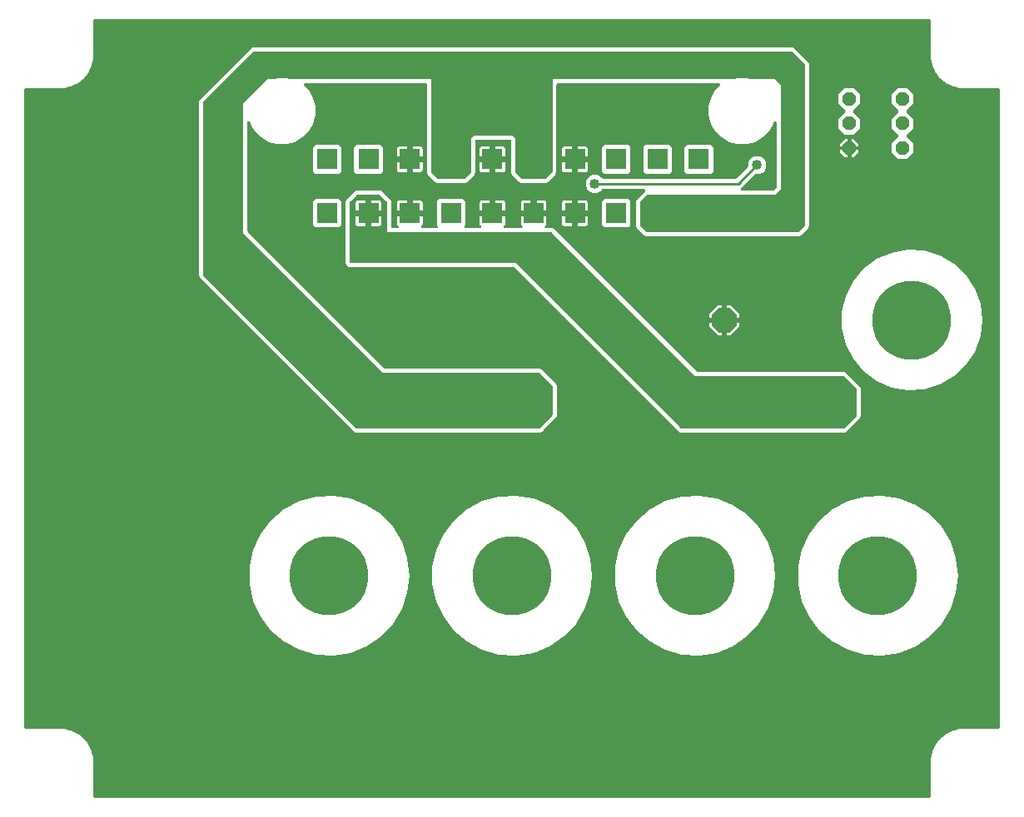
<source format=gbr>
G04 EAGLE Gerber RS-274X export*
G75*
%MOMM*%
%FSLAX34Y34*%
%LPD*%
%INBottom Copper*%
%IPPOS*%
%AMOC8*
5,1,8,0,0,1.08239X$1,22.5*%
G01*
%ADD10P,2.749271X8X202.500000*%
%ADD11C,8.000000*%
%ADD12R,2.100000X2.100000*%
%ADD13P,1.525737X8X112.500000*%
%ADD14C,1.108000*%
%ADD15C,1.016000*%
%ADD16C,1.422400*%
%ADD17C,0.254000*%

G36*
X924438Y4068D02*
X924438Y4068D01*
X924464Y4066D01*
X924611Y4088D01*
X924758Y4105D01*
X924783Y4113D01*
X924809Y4117D01*
X924947Y4172D01*
X925086Y4222D01*
X925108Y4236D01*
X925133Y4246D01*
X925254Y4331D01*
X925379Y4411D01*
X925397Y4430D01*
X925419Y4445D01*
X925518Y4555D01*
X925621Y4662D01*
X925635Y4684D01*
X925652Y4704D01*
X925724Y4834D01*
X925800Y4961D01*
X925808Y4986D01*
X925821Y5009D01*
X925861Y5152D01*
X925906Y5293D01*
X925908Y5319D01*
X925916Y5344D01*
X925935Y5588D01*
X925935Y37916D01*
X925927Y37988D01*
X925928Y38060D01*
X925907Y38160D01*
X925895Y38262D01*
X925871Y38330D01*
X925856Y38401D01*
X925817Y38485D01*
X925931Y40091D01*
X925930Y40130D01*
X925935Y40200D01*
X925935Y43104D01*
X925920Y43241D01*
X925918Y43257D01*
X925935Y43467D01*
X925935Y44485D01*
X926321Y45924D01*
X926324Y45947D01*
X926332Y45968D01*
X926369Y46210D01*
X926381Y46374D01*
X926454Y46498D01*
X926462Y46519D01*
X926469Y46532D01*
X926481Y46573D01*
X926536Y46728D01*
X926764Y47576D01*
X926771Y47629D01*
X926788Y47681D01*
X926797Y47801D01*
X926815Y47921D01*
X926810Y47974D01*
X926814Y48028D01*
X926796Y48148D01*
X926790Y48219D01*
X927267Y49498D01*
X927276Y49534D01*
X927328Y49707D01*
X927644Y51157D01*
X927672Y51193D01*
X927709Y51276D01*
X927755Y51353D01*
X927795Y51465D01*
X927816Y51511D01*
X927822Y51539D01*
X927837Y51584D01*
X928257Y53148D01*
X929244Y54858D01*
X929246Y54862D01*
X929248Y54866D01*
X929352Y55088D01*
X929519Y55536D01*
X929597Y55612D01*
X929732Y55743D01*
X929732Y55744D01*
X929733Y55744D01*
X929733Y55745D01*
X929871Y55945D01*
X930267Y56631D01*
X930282Y56664D01*
X930302Y56694D01*
X930315Y56730D01*
X930328Y56751D01*
X930353Y56828D01*
X930406Y56951D01*
X930412Y56986D01*
X930425Y57020D01*
X930433Y57079D01*
X930434Y57083D01*
X930436Y57098D01*
X930444Y57157D01*
X930462Y57257D01*
X931137Y58159D01*
X931162Y58202D01*
X931237Y58311D01*
X931894Y59448D01*
X931900Y59461D01*
X931912Y59480D01*
X932207Y60020D01*
X932224Y60045D01*
X932253Y60079D01*
X932272Y60115D01*
X932314Y60175D01*
X932741Y60916D01*
X934493Y62667D01*
X934516Y62697D01*
X934635Y62832D01*
X935116Y63474D01*
X935119Y63475D01*
X935135Y63483D01*
X935152Y63488D01*
X935289Y63565D01*
X935427Y63638D01*
X935440Y63650D01*
X935456Y63658D01*
X935642Y63817D01*
X936183Y64358D01*
X936194Y64372D01*
X936208Y64383D01*
X936303Y64508D01*
X936400Y64631D01*
X936407Y64647D01*
X936418Y64661D01*
X936482Y64804D01*
X936516Y64877D01*
X937168Y65365D01*
X937196Y65391D01*
X937333Y65507D01*
X939084Y67259D01*
X939825Y67686D01*
X939912Y67751D01*
X939989Y67798D01*
X940521Y68089D01*
X940533Y68097D01*
X940552Y68106D01*
X941689Y68763D01*
X941730Y68793D01*
X941841Y68863D01*
X942738Y69534D01*
X942739Y69534D01*
X942774Y69541D01*
X942810Y69542D01*
X942944Y69576D01*
X943080Y69604D01*
X943113Y69619D01*
X943148Y69628D01*
X943369Y69733D01*
X944056Y70129D01*
X944196Y70233D01*
X944335Y70336D01*
X944335Y70337D01*
X944443Y70463D01*
X944455Y70477D01*
X944912Y70648D01*
X944916Y70650D01*
X944921Y70651D01*
X945142Y70756D01*
X946851Y71743D01*
X948416Y72163D01*
X948500Y72196D01*
X948587Y72219D01*
X948662Y72260D01*
X948740Y72291D01*
X948814Y72342D01*
X948839Y72355D01*
X950293Y72672D01*
X950329Y72684D01*
X950502Y72733D01*
X951782Y73210D01*
X951783Y73210D01*
X951835Y73197D01*
X951956Y73195D01*
X952076Y73185D01*
X952130Y73193D01*
X952184Y73192D01*
X952413Y73235D01*
X952421Y73236D01*
X952422Y73236D01*
X952424Y73236D01*
X953272Y73464D01*
X953416Y73521D01*
X953563Y73575D01*
X953578Y73585D01*
X953596Y73592D01*
X953637Y73620D01*
X953790Y73631D01*
X953813Y73635D01*
X953835Y73635D01*
X954076Y73679D01*
X955515Y74065D01*
X956533Y74065D01*
X956574Y74069D01*
X956615Y74067D01*
X956705Y74079D01*
X956725Y74074D01*
X956775Y74074D01*
X956896Y74065D01*
X959800Y74065D01*
X959840Y74069D01*
X959909Y74069D01*
X961499Y74182D01*
X961505Y74179D01*
X961604Y74151D01*
X961699Y74114D01*
X961771Y74104D01*
X961840Y74084D01*
X962001Y74071D01*
X962044Y74065D01*
X962060Y74067D01*
X962084Y74065D01*
X994412Y74065D01*
X994438Y74068D01*
X994464Y74066D01*
X994611Y74088D01*
X994758Y74105D01*
X994783Y74113D01*
X994809Y74117D01*
X994947Y74172D01*
X995086Y74222D01*
X995108Y74236D01*
X995133Y74246D01*
X995254Y74331D01*
X995379Y74411D01*
X995397Y74430D01*
X995419Y74445D01*
X995518Y74555D01*
X995621Y74662D01*
X995635Y74684D01*
X995652Y74704D01*
X995724Y74834D01*
X995800Y74961D01*
X995808Y74986D01*
X995821Y75009D01*
X995861Y75152D01*
X995906Y75293D01*
X995908Y75319D01*
X995916Y75344D01*
X995935Y75588D01*
X995935Y724412D01*
X995932Y724438D01*
X995934Y724464D01*
X995912Y724611D01*
X995895Y724758D01*
X995887Y724783D01*
X995883Y724809D01*
X995828Y724947D01*
X995778Y725086D01*
X995764Y725108D01*
X995754Y725133D01*
X995669Y725254D01*
X995589Y725379D01*
X995570Y725397D01*
X995555Y725419D01*
X995445Y725518D01*
X995338Y725621D01*
X995316Y725635D01*
X995296Y725652D01*
X995166Y725724D01*
X995039Y725800D01*
X995014Y725808D01*
X994991Y725821D01*
X994848Y725861D01*
X994707Y725906D01*
X994681Y725908D01*
X994656Y725916D01*
X994412Y725935D01*
X962084Y725935D01*
X962012Y725927D01*
X961940Y725928D01*
X961840Y725907D01*
X961738Y725895D01*
X961670Y725871D01*
X961599Y725856D01*
X961515Y725817D01*
X959909Y725931D01*
X959870Y725930D01*
X959800Y725935D01*
X956896Y725935D01*
X956759Y725920D01*
X956743Y725918D01*
X956533Y725935D01*
X955515Y725935D01*
X954076Y726321D01*
X954053Y726324D01*
X954032Y726332D01*
X953790Y726369D01*
X953626Y726381D01*
X953502Y726454D01*
X953481Y726462D01*
X953468Y726469D01*
X953427Y726481D01*
X953272Y726536D01*
X952424Y726764D01*
X952371Y726771D01*
X952319Y726788D01*
X952199Y726797D01*
X952079Y726815D01*
X952026Y726810D01*
X951972Y726814D01*
X951852Y726796D01*
X951781Y726790D01*
X950502Y727267D01*
X950466Y727276D01*
X950293Y727328D01*
X948843Y727644D01*
X948807Y727672D01*
X948724Y727709D01*
X948647Y727755D01*
X948535Y727795D01*
X948489Y727816D01*
X948461Y727822D01*
X948416Y727837D01*
X946852Y728257D01*
X945142Y729244D01*
X945138Y729246D01*
X945134Y729248D01*
X944912Y729352D01*
X944464Y729519D01*
X944360Y729626D01*
X944257Y729732D01*
X944256Y729732D01*
X944256Y729733D01*
X944255Y729733D01*
X944055Y729871D01*
X943369Y730267D01*
X943336Y730282D01*
X943306Y730302D01*
X943176Y730351D01*
X943049Y730406D01*
X943014Y730412D01*
X942980Y730425D01*
X942843Y730444D01*
X942743Y730462D01*
X941841Y731137D01*
X941798Y731162D01*
X941689Y731237D01*
X940552Y731894D01*
X940539Y731900D01*
X940520Y731912D01*
X939980Y732207D01*
X939955Y732224D01*
X939921Y732253D01*
X939885Y732272D01*
X939825Y732314D01*
X939084Y732741D01*
X937333Y734493D01*
X937303Y734516D01*
X937168Y734635D01*
X936526Y735116D01*
X936525Y735119D01*
X936517Y735135D01*
X936512Y735152D01*
X936435Y735289D01*
X936362Y735427D01*
X936350Y735440D01*
X936342Y735456D01*
X936183Y735642D01*
X935642Y736183D01*
X935628Y736194D01*
X935617Y736208D01*
X935492Y736303D01*
X935369Y736400D01*
X935353Y736407D01*
X935339Y736418D01*
X935196Y736482D01*
X935123Y736516D01*
X934635Y737168D01*
X934609Y737195D01*
X934493Y737333D01*
X932741Y739084D01*
X932314Y739825D01*
X932249Y739912D01*
X932203Y739986D01*
X931911Y740520D01*
X931903Y740532D01*
X931894Y740552D01*
X931237Y741689D01*
X931207Y741729D01*
X931137Y741841D01*
X930466Y742738D01*
X930466Y742739D01*
X930459Y742774D01*
X930458Y742810D01*
X930424Y742944D01*
X930396Y743080D01*
X930381Y743113D01*
X930372Y743148D01*
X930267Y743369D01*
X929871Y744055D01*
X929777Y744183D01*
X929664Y744335D01*
X929663Y744335D01*
X929527Y744451D01*
X929523Y744455D01*
X929352Y744912D01*
X929350Y744916D01*
X929349Y744921D01*
X929281Y745063D01*
X929273Y745085D01*
X929267Y745093D01*
X929244Y745142D01*
X928257Y746852D01*
X927837Y748416D01*
X927804Y748500D01*
X927780Y748588D01*
X927740Y748662D01*
X927709Y748740D01*
X927658Y748815D01*
X927645Y748839D01*
X927328Y750293D01*
X927316Y750329D01*
X927267Y750502D01*
X926790Y751782D01*
X926790Y751783D01*
X926803Y751835D01*
X926805Y751956D01*
X926815Y752076D01*
X926807Y752130D01*
X926808Y752184D01*
X926765Y752413D01*
X926764Y752421D01*
X926764Y752422D01*
X926764Y752424D01*
X926536Y753272D01*
X926479Y753416D01*
X926425Y753563D01*
X926415Y753578D01*
X926408Y753596D01*
X926380Y753637D01*
X926369Y753790D01*
X926365Y753813D01*
X926365Y753835D01*
X926321Y754076D01*
X925935Y755515D01*
X925935Y756533D01*
X925931Y756574D01*
X925933Y756615D01*
X925921Y756705D01*
X925926Y756725D01*
X925926Y756775D01*
X925935Y756896D01*
X925935Y759800D01*
X925931Y759840D01*
X925931Y759909D01*
X925818Y761499D01*
X925821Y761505D01*
X925849Y761604D01*
X925886Y761699D01*
X925896Y761771D01*
X925916Y761840D01*
X925929Y762001D01*
X925935Y762044D01*
X925933Y762060D01*
X925935Y762084D01*
X925935Y794412D01*
X925932Y794438D01*
X925934Y794464D01*
X925912Y794611D01*
X925895Y794758D01*
X925887Y794783D01*
X925883Y794809D01*
X925828Y794947D01*
X925778Y795086D01*
X925764Y795108D01*
X925754Y795133D01*
X925669Y795254D01*
X925589Y795379D01*
X925570Y795397D01*
X925555Y795419D01*
X925445Y795518D01*
X925338Y795621D01*
X925316Y795635D01*
X925296Y795652D01*
X925166Y795724D01*
X925039Y795800D01*
X925014Y795808D01*
X924991Y795821D01*
X924848Y795861D01*
X924707Y795906D01*
X924681Y795908D01*
X924656Y795916D01*
X924412Y795935D01*
X75588Y795935D01*
X75562Y795932D01*
X75536Y795934D01*
X75389Y795912D01*
X75242Y795895D01*
X75217Y795887D01*
X75191Y795883D01*
X75053Y795828D01*
X74914Y795778D01*
X74892Y795764D01*
X74867Y795754D01*
X74746Y795669D01*
X74621Y795589D01*
X74603Y795570D01*
X74581Y795555D01*
X74482Y795445D01*
X74379Y795338D01*
X74365Y795316D01*
X74348Y795296D01*
X74276Y795166D01*
X74200Y795039D01*
X74192Y795014D01*
X74179Y794991D01*
X74139Y794848D01*
X74094Y794707D01*
X74092Y794681D01*
X74084Y794656D01*
X74065Y794412D01*
X74065Y762084D01*
X74073Y762012D01*
X74072Y761940D01*
X74093Y761840D01*
X74105Y761738D01*
X74129Y761670D01*
X74144Y761599D01*
X74183Y761515D01*
X74069Y759909D01*
X74070Y759870D01*
X74065Y759800D01*
X74065Y756896D01*
X74080Y756759D01*
X74082Y756743D01*
X74065Y756533D01*
X74065Y755515D01*
X73679Y754076D01*
X73676Y754053D01*
X73668Y754032D01*
X73631Y753790D01*
X73619Y753626D01*
X73546Y753502D01*
X73538Y753481D01*
X73531Y753468D01*
X73519Y753427D01*
X73464Y753272D01*
X73236Y752424D01*
X73229Y752371D01*
X73212Y752319D01*
X73203Y752199D01*
X73185Y752079D01*
X73190Y752026D01*
X73186Y751972D01*
X73204Y751852D01*
X73210Y751781D01*
X72733Y750502D01*
X72724Y750466D01*
X72672Y750293D01*
X72356Y748843D01*
X72328Y748807D01*
X72291Y748724D01*
X72245Y748647D01*
X72205Y748535D01*
X72184Y748489D01*
X72178Y748460D01*
X72163Y748416D01*
X71743Y746852D01*
X70756Y745142D01*
X70754Y745138D01*
X70752Y745134D01*
X70699Y745020D01*
X70681Y744991D01*
X70673Y744966D01*
X70648Y744912D01*
X70481Y744464D01*
X70374Y744360D01*
X70268Y744257D01*
X70268Y744256D01*
X70267Y744256D01*
X70267Y744255D01*
X70129Y744055D01*
X69733Y743369D01*
X69718Y743336D01*
X69698Y743306D01*
X69649Y743176D01*
X69594Y743049D01*
X69588Y743014D01*
X69575Y742980D01*
X69556Y742843D01*
X69538Y742743D01*
X68863Y741841D01*
X68838Y741798D01*
X68763Y741689D01*
X68106Y740552D01*
X68100Y740539D01*
X68089Y740520D01*
X67793Y739980D01*
X67776Y739955D01*
X67747Y739921D01*
X67728Y739885D01*
X67686Y739825D01*
X67259Y739084D01*
X65507Y737333D01*
X65484Y737303D01*
X65365Y737168D01*
X64884Y736526D01*
X64881Y736525D01*
X64865Y736517D01*
X64848Y736512D01*
X64711Y736435D01*
X64573Y736362D01*
X64560Y736350D01*
X64544Y736342D01*
X64358Y736183D01*
X63817Y735642D01*
X63806Y735628D01*
X63792Y735617D01*
X63697Y735492D01*
X63600Y735369D01*
X63593Y735353D01*
X63582Y735339D01*
X63518Y735196D01*
X63484Y735123D01*
X62832Y734635D01*
X62805Y734609D01*
X62667Y734493D01*
X60916Y732741D01*
X60175Y732314D01*
X60088Y732249D01*
X60014Y732203D01*
X59480Y731911D01*
X59468Y731903D01*
X59448Y731894D01*
X58311Y731237D01*
X58271Y731207D01*
X58159Y731137D01*
X57262Y730466D01*
X57261Y730466D01*
X57226Y730459D01*
X57190Y730458D01*
X57056Y730424D01*
X56920Y730396D01*
X56887Y730381D01*
X56852Y730372D01*
X56631Y730267D01*
X55945Y729871D01*
X55791Y729757D01*
X55665Y729664D01*
X55665Y729663D01*
X55545Y729523D01*
X55088Y729352D01*
X55084Y729350D01*
X55079Y729349D01*
X54858Y729244D01*
X53148Y728257D01*
X51584Y727837D01*
X51500Y727804D01*
X51412Y727780D01*
X51338Y727740D01*
X51260Y727709D01*
X51185Y727658D01*
X51161Y727645D01*
X49707Y727328D01*
X49671Y727316D01*
X49498Y727267D01*
X48218Y726790D01*
X48217Y726790D01*
X48165Y726803D01*
X48044Y726805D01*
X47924Y726815D01*
X47870Y726807D01*
X47816Y726808D01*
X47587Y726765D01*
X47579Y726764D01*
X47578Y726764D01*
X47576Y726764D01*
X46728Y726536D01*
X46584Y726479D01*
X46437Y726425D01*
X46422Y726415D01*
X46404Y726408D01*
X46363Y726380D01*
X46210Y726369D01*
X46187Y726365D01*
X46165Y726365D01*
X45924Y726321D01*
X44485Y725935D01*
X43467Y725935D01*
X43426Y725931D01*
X43385Y725933D01*
X43295Y725921D01*
X43275Y725926D01*
X43225Y725926D01*
X43104Y725935D01*
X40200Y725935D01*
X40160Y725931D01*
X40091Y725931D01*
X38501Y725818D01*
X38495Y725821D01*
X38396Y725849D01*
X38301Y725886D01*
X38229Y725896D01*
X38160Y725916D01*
X37999Y725929D01*
X37956Y725935D01*
X37940Y725933D01*
X37916Y725935D01*
X5588Y725935D01*
X5562Y725932D01*
X5536Y725934D01*
X5389Y725912D01*
X5242Y725895D01*
X5217Y725887D01*
X5191Y725883D01*
X5053Y725828D01*
X4914Y725778D01*
X4892Y725764D01*
X4867Y725754D01*
X4746Y725669D01*
X4621Y725589D01*
X4603Y725570D01*
X4581Y725555D01*
X4482Y725445D01*
X4379Y725338D01*
X4365Y725316D01*
X4348Y725296D01*
X4276Y725166D01*
X4200Y725039D01*
X4192Y725014D01*
X4179Y724991D01*
X4139Y724848D01*
X4094Y724707D01*
X4092Y724681D01*
X4084Y724656D01*
X4065Y724412D01*
X4065Y75588D01*
X4068Y75562D01*
X4066Y75536D01*
X4088Y75389D01*
X4105Y75242D01*
X4113Y75217D01*
X4117Y75191D01*
X4172Y75053D01*
X4222Y74914D01*
X4236Y74892D01*
X4246Y74867D01*
X4331Y74746D01*
X4411Y74621D01*
X4430Y74603D01*
X4445Y74581D01*
X4555Y74482D01*
X4662Y74379D01*
X4684Y74365D01*
X4704Y74348D01*
X4834Y74276D01*
X4961Y74200D01*
X4986Y74192D01*
X5009Y74179D01*
X5152Y74139D01*
X5293Y74094D01*
X5319Y74092D01*
X5344Y74084D01*
X5588Y74065D01*
X37916Y74065D01*
X37988Y74073D01*
X38060Y74072D01*
X38160Y74093D01*
X38262Y74105D01*
X38330Y74129D01*
X38401Y74144D01*
X38485Y74183D01*
X40091Y74069D01*
X40130Y74070D01*
X40200Y74065D01*
X43104Y74065D01*
X43241Y74080D01*
X43257Y74082D01*
X43467Y74065D01*
X44485Y74065D01*
X45924Y73679D01*
X45947Y73676D01*
X45968Y73668D01*
X46210Y73631D01*
X46374Y73619D01*
X46498Y73546D01*
X46519Y73538D01*
X46532Y73531D01*
X46573Y73519D01*
X46728Y73464D01*
X47576Y73236D01*
X47629Y73229D01*
X47681Y73212D01*
X47801Y73203D01*
X47921Y73185D01*
X47974Y73190D01*
X48028Y73186D01*
X48148Y73204D01*
X48219Y73210D01*
X49498Y72733D01*
X49534Y72724D01*
X49707Y72672D01*
X51157Y72356D01*
X51194Y72328D01*
X51276Y72291D01*
X51354Y72245D01*
X51465Y72205D01*
X51511Y72184D01*
X51540Y72178D01*
X51584Y72163D01*
X53149Y71743D01*
X54858Y70756D01*
X54862Y70754D01*
X54866Y70752D01*
X55088Y70648D01*
X55536Y70481D01*
X55624Y70391D01*
X55743Y70268D01*
X55744Y70268D01*
X55744Y70267D01*
X55745Y70267D01*
X55944Y70129D01*
X56631Y69733D01*
X56664Y69718D01*
X56694Y69698D01*
X56824Y69649D01*
X56951Y69594D01*
X56986Y69588D01*
X57020Y69575D01*
X57157Y69556D01*
X57257Y69538D01*
X58159Y68863D01*
X58202Y68838D01*
X58311Y68763D01*
X59448Y68106D01*
X59461Y68101D01*
X59479Y68089D01*
X60020Y67793D01*
X60046Y67776D01*
X60080Y67746D01*
X60116Y67727D01*
X60175Y67686D01*
X60916Y67259D01*
X62667Y65507D01*
X62697Y65484D01*
X62832Y65365D01*
X63474Y64884D01*
X63475Y64881D01*
X63483Y64865D01*
X63488Y64848D01*
X63565Y64711D01*
X63638Y64573D01*
X63650Y64560D01*
X63658Y64544D01*
X63817Y64358D01*
X64358Y63817D01*
X64372Y63806D01*
X64383Y63792D01*
X64508Y63697D01*
X64631Y63600D01*
X64647Y63593D01*
X64661Y63582D01*
X64804Y63518D01*
X64877Y63484D01*
X65365Y62832D01*
X65391Y62804D01*
X65507Y62667D01*
X67259Y60916D01*
X67686Y60175D01*
X67751Y60088D01*
X67798Y60011D01*
X68089Y59479D01*
X68097Y59467D01*
X68106Y59448D01*
X68763Y58311D01*
X68793Y58271D01*
X68863Y58159D01*
X69534Y57262D01*
X69534Y57261D01*
X69541Y57226D01*
X69542Y57190D01*
X69576Y57056D01*
X69584Y57016D01*
X69589Y56982D01*
X69593Y56972D01*
X69604Y56920D01*
X69619Y56887D01*
X69628Y56852D01*
X69709Y56682D01*
X69718Y56658D01*
X69724Y56649D01*
X69733Y56631D01*
X70129Y55944D01*
X70239Y55796D01*
X70336Y55665D01*
X70337Y55665D01*
X70476Y55547D01*
X70477Y55545D01*
X70648Y55088D01*
X70650Y55084D01*
X70651Y55079D01*
X70756Y54858D01*
X71743Y53148D01*
X72163Y51584D01*
X72196Y51500D01*
X72220Y51412D01*
X72260Y51338D01*
X72291Y51260D01*
X72342Y51185D01*
X72355Y51161D01*
X72672Y49707D01*
X72684Y49671D01*
X72733Y49498D01*
X73210Y48218D01*
X73210Y48217D01*
X73197Y48165D01*
X73195Y48044D01*
X73185Y47924D01*
X73193Y47870D01*
X73192Y47816D01*
X73235Y47587D01*
X73236Y47579D01*
X73236Y47578D01*
X73236Y47576D01*
X73464Y46728D01*
X73521Y46584D01*
X73575Y46437D01*
X73585Y46422D01*
X73592Y46404D01*
X73620Y46363D01*
X73631Y46210D01*
X73635Y46187D01*
X73635Y46165D01*
X73679Y45924D01*
X74065Y44485D01*
X74065Y43467D01*
X74069Y43426D01*
X74067Y43385D01*
X74079Y43295D01*
X74074Y43275D01*
X74074Y43225D01*
X74065Y43104D01*
X74065Y40200D01*
X74069Y40160D01*
X74069Y40091D01*
X74182Y38501D01*
X74179Y38495D01*
X74151Y38396D01*
X74114Y38301D01*
X74104Y38229D01*
X74084Y38160D01*
X74071Y37999D01*
X74065Y37956D01*
X74067Y37940D01*
X74065Y37916D01*
X74065Y5588D01*
X74068Y5562D01*
X74066Y5536D01*
X74088Y5389D01*
X74105Y5242D01*
X74113Y5217D01*
X74117Y5191D01*
X74172Y5053D01*
X74222Y4914D01*
X74236Y4892D01*
X74246Y4867D01*
X74331Y4746D01*
X74411Y4621D01*
X74430Y4603D01*
X74445Y4581D01*
X74555Y4482D01*
X74662Y4379D01*
X74684Y4365D01*
X74704Y4348D01*
X74834Y4276D01*
X74961Y4200D01*
X74986Y4192D01*
X75009Y4179D01*
X75152Y4139D01*
X75293Y4094D01*
X75319Y4092D01*
X75344Y4084D01*
X75588Y4065D01*
X924412Y4065D01*
X924438Y4068D01*
G37*
%LPC*%
G36*
X526998Y375311D02*
X526998Y375311D01*
X526997Y375311D01*
X525619Y375311D01*
X525609Y375312D01*
X342921Y375411D01*
X342920Y375411D01*
X341787Y375411D01*
X340763Y375836D01*
X340762Y375836D01*
X339733Y376263D01*
X338932Y377064D01*
X338932Y377065D01*
X338931Y377065D01*
X184248Y531748D01*
X182462Y533534D01*
X181611Y535588D01*
X181611Y712212D01*
X182462Y714266D01*
X234834Y766638D01*
X236888Y767489D01*
X785212Y767489D01*
X787266Y766638D01*
X801538Y752366D01*
X802389Y750312D01*
X802389Y586163D01*
X801538Y584109D01*
X793616Y576187D01*
X791562Y575336D01*
X636938Y575336D01*
X634884Y576187D01*
X626962Y584109D01*
X626111Y586163D01*
X626111Y610612D01*
X626962Y612666D01*
X633098Y618802D01*
X635011Y620715D01*
X635074Y620793D01*
X635143Y620866D01*
X635182Y620930D01*
X635228Y620988D01*
X635271Y621079D01*
X635322Y621165D01*
X635345Y621236D01*
X635377Y621303D01*
X635398Y621401D01*
X635429Y621497D01*
X635435Y621571D01*
X635450Y621644D01*
X635448Y621744D01*
X635457Y621844D01*
X635445Y621918D01*
X635444Y621992D01*
X635420Y622089D01*
X635405Y622189D01*
X635377Y622258D01*
X635359Y622330D01*
X635313Y622419D01*
X635276Y622513D01*
X635234Y622574D01*
X635200Y622640D01*
X635134Y622716D01*
X635077Y622799D01*
X635022Y622849D01*
X634974Y622905D01*
X634893Y622965D01*
X634818Y623032D01*
X634753Y623068D01*
X634693Y623113D01*
X634601Y623152D01*
X634513Y623201D01*
X634442Y623221D01*
X634373Y623251D01*
X634275Y623268D01*
X634178Y623296D01*
X634078Y623304D01*
X634030Y623312D01*
X633995Y623310D01*
X633934Y623315D01*
X592429Y623315D01*
X592303Y623301D01*
X592177Y623294D01*
X592131Y623281D01*
X592083Y623275D01*
X591964Y623233D01*
X591842Y623198D01*
X591800Y623174D01*
X591755Y623158D01*
X591648Y623089D01*
X591538Y623028D01*
X591492Y622988D01*
X591462Y622969D01*
X591428Y622934D01*
X591352Y622869D01*
X589380Y620898D01*
X586019Y619505D01*
X582381Y619505D01*
X579020Y620898D01*
X576448Y623470D01*
X575055Y626831D01*
X575055Y630469D01*
X576448Y633830D01*
X579020Y636402D01*
X582381Y637795D01*
X586019Y637795D01*
X589380Y636402D01*
X591352Y634431D01*
X591451Y634352D01*
X591545Y634268D01*
X591587Y634244D01*
X591625Y634214D01*
X591739Y634160D01*
X591850Y634099D01*
X591896Y634086D01*
X591940Y634065D01*
X592063Y634039D01*
X592185Y634004D01*
X592246Y633999D01*
X592281Y633992D01*
X592329Y633993D01*
X592429Y633985D01*
X727409Y633985D01*
X727535Y633999D01*
X727661Y634006D01*
X727708Y634019D01*
X727756Y634025D01*
X727875Y634067D01*
X727996Y634102D01*
X728038Y634126D01*
X728084Y634142D01*
X728190Y634211D01*
X728300Y634272D01*
X728346Y634312D01*
X728376Y634331D01*
X728410Y634366D01*
X728486Y634431D01*
X739709Y645654D01*
X739788Y645753D01*
X739872Y645846D01*
X739896Y645889D01*
X739926Y645927D01*
X739980Y646041D01*
X740041Y646151D01*
X740054Y646198D01*
X740075Y646242D01*
X740101Y646365D01*
X740136Y646487D01*
X740141Y646548D01*
X740148Y646582D01*
X740147Y646630D01*
X740155Y646731D01*
X740155Y649519D01*
X741548Y652880D01*
X744120Y655452D01*
X747481Y656845D01*
X751119Y656845D01*
X754480Y655452D01*
X757052Y652880D01*
X758445Y649519D01*
X758445Y645881D01*
X757052Y642520D01*
X754480Y639948D01*
X751119Y638555D01*
X748331Y638555D01*
X748205Y638541D01*
X748079Y638534D01*
X748032Y638521D01*
X747984Y638515D01*
X747865Y638473D01*
X747744Y638438D01*
X747702Y638414D01*
X747656Y638398D01*
X747550Y638329D01*
X747440Y638268D01*
X747394Y638228D01*
X747364Y638209D01*
X747330Y638174D01*
X747254Y638109D01*
X733184Y624039D01*
X733121Y623961D01*
X733051Y623888D01*
X733013Y623824D01*
X732967Y623766D01*
X732924Y623675D01*
X732872Y623589D01*
X732850Y623518D01*
X732818Y623451D01*
X732797Y623353D01*
X732766Y623257D01*
X732760Y623183D01*
X732745Y623110D01*
X732746Y623010D01*
X732738Y622910D01*
X732749Y622836D01*
X732751Y622762D01*
X732775Y622665D01*
X732790Y622565D01*
X732817Y622496D01*
X732836Y622424D01*
X732882Y622334D01*
X732919Y622241D01*
X732961Y622180D01*
X732995Y622114D01*
X733060Y622037D01*
X733118Y621955D01*
X733173Y621905D01*
X733221Y621849D01*
X733302Y621789D01*
X733376Y621722D01*
X733441Y621686D01*
X733501Y621641D01*
X733594Y621602D01*
X733681Y621553D01*
X733753Y621533D01*
X733821Y621503D01*
X733920Y621486D01*
X734017Y621458D01*
X734117Y621450D01*
X734164Y621442D01*
X734200Y621444D01*
X734261Y621439D01*
X765279Y621439D01*
X765405Y621453D01*
X765531Y621460D01*
X765577Y621473D01*
X765625Y621479D01*
X765744Y621521D01*
X765866Y621556D01*
X765908Y621580D01*
X765953Y621596D01*
X766060Y621665D01*
X766170Y621726D01*
X766216Y621766D01*
X766246Y621785D01*
X766280Y621820D01*
X766356Y621885D01*
X768540Y624069D01*
X768619Y624168D01*
X768703Y624262D01*
X768727Y624304D01*
X768757Y624342D01*
X768811Y624456D01*
X768872Y624567D01*
X768885Y624613D01*
X768906Y624657D01*
X768932Y624780D01*
X768967Y624902D01*
X768972Y624963D01*
X768979Y624998D01*
X768978Y625046D01*
X768986Y625146D01*
X768986Y690384D01*
X768969Y690533D01*
X768957Y690682D01*
X768949Y690706D01*
X768946Y690731D01*
X768896Y690872D01*
X768850Y691014D01*
X768837Y691035D01*
X768829Y691059D01*
X768748Y691185D01*
X768671Y691313D01*
X768653Y691331D01*
X768640Y691351D01*
X768532Y691455D01*
X768428Y691563D01*
X768407Y691576D01*
X768389Y691594D01*
X768261Y691670D01*
X768135Y691751D01*
X768111Y691760D01*
X768090Y691772D01*
X767948Y691818D01*
X767807Y691868D01*
X767782Y691871D01*
X767758Y691879D01*
X767609Y691891D01*
X767460Y691908D01*
X767436Y691905D01*
X767411Y691907D01*
X767263Y691884D01*
X767114Y691867D01*
X767091Y691859D01*
X767066Y691855D01*
X766927Y691800D01*
X766786Y691749D01*
X766765Y691735D01*
X766742Y691726D01*
X766619Y691641D01*
X766494Y691559D01*
X766477Y691541D01*
X766456Y691527D01*
X766356Y691416D01*
X766252Y691308D01*
X766239Y691287D01*
X766223Y691269D01*
X766150Y691137D01*
X766074Y691009D01*
X766064Y690981D01*
X766054Y690963D01*
X766041Y690918D01*
X765992Y690779D01*
X765743Y689852D01*
X761259Y682084D01*
X754916Y675741D01*
X747148Y671257D01*
X738485Y668935D01*
X729515Y668935D01*
X720852Y671257D01*
X713084Y675741D01*
X706741Y682084D01*
X702257Y689852D01*
X699935Y698515D01*
X699935Y707485D01*
X702257Y716148D01*
X706741Y723916D01*
X711136Y728311D01*
X711198Y728389D01*
X711268Y728462D01*
X711307Y728526D01*
X711353Y728584D01*
X711396Y728675D01*
X711447Y728761D01*
X711470Y728832D01*
X711502Y728899D01*
X711523Y728997D01*
X711553Y729093D01*
X711559Y729167D01*
X711575Y729240D01*
X711573Y729340D01*
X711581Y729440D01*
X711570Y729514D01*
X711569Y729588D01*
X711545Y729685D01*
X711530Y729785D01*
X711502Y729854D01*
X711484Y729926D01*
X711438Y730016D01*
X711401Y730109D01*
X711359Y730170D01*
X711324Y730236D01*
X711259Y730313D01*
X711202Y730395D01*
X711147Y730445D01*
X711099Y730501D01*
X711018Y730561D01*
X710943Y730628D01*
X710878Y730664D01*
X710818Y730709D01*
X710726Y730748D01*
X710638Y730797D01*
X710567Y730817D01*
X710498Y730847D01*
X710400Y730864D01*
X710303Y730892D01*
X710203Y730900D01*
X710155Y730908D01*
X710120Y730906D01*
X710059Y730911D01*
X546737Y730911D01*
X546711Y730908D01*
X546685Y730910D01*
X546538Y730888D01*
X546391Y730871D01*
X546366Y730863D01*
X546340Y730859D01*
X546202Y730804D01*
X546063Y730754D01*
X546041Y730740D01*
X546016Y730730D01*
X545895Y730645D01*
X545770Y730565D01*
X545752Y730546D01*
X545730Y730531D01*
X545631Y730421D01*
X545528Y730314D01*
X545514Y730292D01*
X545497Y730272D01*
X545425Y730142D01*
X545349Y730015D01*
X545341Y729990D01*
X545328Y729967D01*
X545288Y729824D01*
X545243Y729683D01*
X545241Y729657D01*
X545233Y729632D01*
X545214Y729388D01*
X545214Y640138D01*
X544363Y638084D01*
X536441Y630162D01*
X534387Y629311D01*
X509938Y629311D01*
X507884Y630162D01*
X499962Y638084D01*
X499111Y640138D01*
X499111Y672238D01*
X499108Y672264D01*
X499110Y672290D01*
X499088Y672437D01*
X499071Y672584D01*
X499063Y672609D01*
X499059Y672635D01*
X499004Y672773D01*
X498954Y672912D01*
X498940Y672934D01*
X498930Y672959D01*
X498845Y673080D01*
X498765Y673205D01*
X498746Y673223D01*
X498731Y673245D01*
X498621Y673344D01*
X498514Y673447D01*
X498492Y673461D01*
X498472Y673478D01*
X498342Y673550D01*
X498215Y673626D01*
X498190Y673634D01*
X498167Y673647D01*
X498024Y673687D01*
X497883Y673732D01*
X497857Y673734D01*
X497832Y673742D01*
X497588Y673761D01*
X464187Y673761D01*
X464161Y673758D01*
X464135Y673760D01*
X463988Y673738D01*
X463841Y673721D01*
X463816Y673713D01*
X463790Y673709D01*
X463652Y673654D01*
X463513Y673604D01*
X463491Y673590D01*
X463466Y673580D01*
X463345Y673495D01*
X463220Y673415D01*
X463202Y673396D01*
X463180Y673381D01*
X463081Y673271D01*
X462978Y673164D01*
X462964Y673142D01*
X462947Y673122D01*
X462875Y672992D01*
X462799Y672865D01*
X462791Y672840D01*
X462778Y672817D01*
X462738Y672674D01*
X462693Y672533D01*
X462691Y672507D01*
X462683Y672482D01*
X462664Y672238D01*
X462664Y640138D01*
X461813Y638084D01*
X453891Y630162D01*
X451837Y629311D01*
X424213Y629311D01*
X422159Y630162D01*
X414237Y638084D01*
X413386Y640138D01*
X413386Y729388D01*
X413383Y729414D01*
X413385Y729440D01*
X413363Y729587D01*
X413346Y729734D01*
X413338Y729759D01*
X413334Y729785D01*
X413279Y729923D01*
X413229Y730062D01*
X413215Y730084D01*
X413205Y730109D01*
X413120Y730230D01*
X413040Y730355D01*
X413021Y730373D01*
X413006Y730395D01*
X412896Y730494D01*
X412789Y730597D01*
X412767Y730611D01*
X412747Y730628D01*
X412617Y730700D01*
X412490Y730776D01*
X412465Y730784D01*
X412442Y730797D01*
X412299Y730837D01*
X412158Y730882D01*
X412132Y730884D01*
X412107Y730892D01*
X411863Y730911D01*
X289941Y730911D01*
X289841Y730900D01*
X289741Y730898D01*
X289669Y730880D01*
X289595Y730871D01*
X289500Y730838D01*
X289403Y730813D01*
X289337Y730779D01*
X289267Y730754D01*
X289182Y730699D01*
X289093Y730653D01*
X289036Y730605D01*
X288974Y730565D01*
X288904Y730493D01*
X288828Y730428D01*
X288783Y730368D01*
X288732Y730314D01*
X288680Y730228D01*
X288620Y730147D01*
X288591Y730079D01*
X288553Y730015D01*
X288522Y729919D01*
X288482Y729827D01*
X288469Y729754D01*
X288447Y729683D01*
X288439Y729583D01*
X288421Y729484D01*
X288425Y729410D01*
X288419Y729336D01*
X288434Y729236D01*
X288439Y729136D01*
X288459Y729065D01*
X288470Y728991D01*
X288507Y728898D01*
X288535Y728801D01*
X288572Y728736D01*
X288599Y728667D01*
X288656Y728585D01*
X288705Y728497D01*
X288771Y728421D01*
X288798Y728381D01*
X288824Y728357D01*
X288864Y728311D01*
X293259Y723916D01*
X297743Y716148D01*
X300065Y707485D01*
X300065Y698515D01*
X297743Y689852D01*
X293259Y682084D01*
X286916Y675741D01*
X279148Y671257D01*
X270485Y668935D01*
X261515Y668935D01*
X252852Y671257D01*
X245084Y675741D01*
X238741Y682084D01*
X234257Y689852D01*
X233883Y691245D01*
X233828Y691384D01*
X233778Y691525D01*
X233764Y691546D01*
X233755Y691569D01*
X233670Y691692D01*
X233589Y691818D01*
X233571Y691835D01*
X233557Y691856D01*
X233446Y691956D01*
X233338Y692060D01*
X233317Y692073D01*
X233298Y692090D01*
X233167Y692162D01*
X233039Y692239D01*
X233015Y692247D01*
X232994Y692259D01*
X232849Y692300D01*
X232707Y692345D01*
X232682Y692347D01*
X232658Y692354D01*
X232509Y692361D01*
X232360Y692373D01*
X232335Y692369D01*
X232310Y692371D01*
X232164Y692344D01*
X232015Y692321D01*
X231992Y692312D01*
X231968Y692308D01*
X231830Y692248D01*
X231691Y692193D01*
X231671Y692179D01*
X231648Y692169D01*
X231528Y692079D01*
X231405Y691994D01*
X231388Y691975D01*
X231369Y691961D01*
X231272Y691846D01*
X231172Y691735D01*
X231160Y691713D01*
X231144Y691694D01*
X231076Y691561D01*
X231003Y691430D01*
X230996Y691406D01*
X230985Y691384D01*
X230949Y691239D01*
X230908Y691095D01*
X230906Y691065D01*
X230901Y691046D01*
X230901Y690998D01*
X230889Y690851D01*
X230889Y580921D01*
X230903Y580795D01*
X230910Y580669D01*
X230923Y580623D01*
X230929Y580575D01*
X230971Y580456D01*
X231006Y580334D01*
X231030Y580292D01*
X231046Y580247D01*
X231115Y580140D01*
X231176Y580030D01*
X231216Y579984D01*
X231235Y579954D01*
X231270Y579920D01*
X231335Y579844D01*
X370169Y441010D01*
X370268Y440931D01*
X370362Y440847D01*
X370404Y440823D01*
X370442Y440793D01*
X370556Y440739D01*
X370667Y440678D01*
X370713Y440665D01*
X370757Y440644D01*
X370880Y440618D01*
X371002Y440583D01*
X371063Y440578D01*
X371098Y440571D01*
X371146Y440572D01*
X371246Y440564D01*
X525768Y440564D01*
X525869Y440575D01*
X527168Y440564D01*
X527173Y440564D01*
X527181Y440564D01*
X528287Y440564D01*
X529305Y440131D01*
X529311Y440130D01*
X529318Y440126D01*
X530340Y439703D01*
X531115Y438914D01*
X531119Y438911D01*
X531124Y438904D01*
X532015Y438013D01*
X532105Y437906D01*
X543690Y426114D01*
X543694Y426110D01*
X543700Y426104D01*
X544481Y425323D01*
X544895Y424298D01*
X544898Y424293D01*
X544900Y424286D01*
X545324Y423263D01*
X545314Y422157D01*
X545314Y422152D01*
X545314Y422144D01*
X545314Y392488D01*
X544463Y390434D01*
X542677Y388648D01*
X531976Y377947D01*
X531971Y377942D01*
X531965Y377935D01*
X531960Y377931D01*
X531957Y377927D01*
X530960Y376931D01*
X530959Y376931D01*
X530190Y376161D01*
X529147Y375730D01*
X529146Y375729D01*
X528135Y375311D01*
X526998Y375311D01*
G37*
%LPD*%
G36*
X527150Y379391D02*
X527150Y379391D01*
X527277Y379398D01*
X527323Y379411D01*
X527370Y379416D01*
X527490Y379459D01*
X527612Y379494D01*
X527654Y379518D01*
X527699Y379534D01*
X527805Y379602D01*
X527916Y379664D01*
X527962Y379703D01*
X527991Y379723D01*
X528025Y379757D01*
X528102Y379823D01*
X540802Y392523D01*
X540881Y392622D01*
X540965Y392716D01*
X540989Y392758D01*
X541019Y392796D01*
X541073Y392910D01*
X541134Y393021D01*
X541147Y393067D01*
X541168Y393111D01*
X541194Y393234D01*
X541229Y393356D01*
X541234Y393417D01*
X541241Y393452D01*
X541240Y393500D01*
X541248Y393600D01*
X541248Y422175D01*
X541235Y422294D01*
X541229Y422413D01*
X541215Y422467D01*
X541208Y422521D01*
X541168Y422634D01*
X541136Y422749D01*
X541109Y422797D01*
X541091Y422849D01*
X541026Y422950D01*
X540968Y423055D01*
X540923Y423109D01*
X540902Y423142D01*
X540869Y423174D01*
X540812Y423243D01*
X528237Y436043D01*
X528133Y436126D01*
X528034Y436215D01*
X527998Y436235D01*
X527966Y436262D01*
X527846Y436319D01*
X527729Y436384D01*
X527689Y436395D01*
X527652Y436413D01*
X527522Y436442D01*
X527394Y436479D01*
X527342Y436483D01*
X527312Y436490D01*
X527262Y436489D01*
X527150Y436498D01*
X368931Y436498D01*
X226823Y578606D01*
X226823Y710469D01*
X239287Y722933D01*
X239335Y722993D01*
X239390Y723047D01*
X239474Y723168D01*
X239503Y723206D01*
X239512Y723223D01*
X239529Y723248D01*
X239555Y723293D01*
X245707Y729445D01*
X245752Y729471D01*
X245814Y729517D01*
X245881Y729555D01*
X245993Y729650D01*
X246032Y729679D01*
X246045Y729694D01*
X246067Y729713D01*
X251331Y734977D01*
X257448Y734977D01*
X257524Y734986D01*
X257602Y734985D01*
X257747Y735011D01*
X257794Y735017D01*
X257813Y735023D01*
X257842Y735029D01*
X261649Y736049D01*
X270351Y736049D01*
X274158Y735029D01*
X274234Y735017D01*
X274308Y734996D01*
X274456Y734985D01*
X274503Y734978D01*
X274522Y734979D01*
X274552Y734977D01*
X417452Y734977D01*
X417452Y641250D01*
X417466Y641124D01*
X417473Y640998D01*
X417486Y640952D01*
X417492Y640904D01*
X417534Y640785D01*
X417569Y640663D01*
X417593Y640621D01*
X417609Y640576D01*
X417678Y640469D01*
X417739Y640359D01*
X417779Y640313D01*
X417798Y640283D01*
X417833Y640249D01*
X417898Y640173D01*
X424248Y633823D01*
X424347Y633744D01*
X424441Y633660D01*
X424483Y633636D01*
X424521Y633606D01*
X424635Y633552D01*
X424746Y633491D01*
X424792Y633478D01*
X424836Y633457D01*
X424959Y633431D01*
X425081Y633396D01*
X425142Y633392D01*
X425177Y633384D01*
X425225Y633385D01*
X425325Y633377D01*
X450725Y633377D01*
X450851Y633391D01*
X450977Y633398D01*
X451023Y633411D01*
X451071Y633417D01*
X451190Y633459D01*
X451312Y633494D01*
X451354Y633518D01*
X451399Y633534D01*
X451506Y633603D01*
X451616Y633664D01*
X451662Y633704D01*
X451692Y633723D01*
X451726Y633758D01*
X451802Y633823D01*
X458152Y640173D01*
X458231Y640272D01*
X458315Y640366D01*
X458339Y640408D01*
X458369Y640446D01*
X458423Y640560D01*
X458484Y640671D01*
X458497Y640717D01*
X458518Y640761D01*
X458544Y640884D01*
X458579Y641006D01*
X458584Y641067D01*
X458591Y641102D01*
X458590Y641150D01*
X458598Y641250D01*
X458598Y675544D01*
X460881Y677827D01*
X500894Y677827D01*
X503177Y675544D01*
X503177Y641250D01*
X503191Y641124D01*
X503198Y640998D01*
X503211Y640952D01*
X503217Y640904D01*
X503259Y640785D01*
X503294Y640663D01*
X503318Y640621D01*
X503334Y640576D01*
X503403Y640469D01*
X503464Y640359D01*
X503504Y640313D01*
X503523Y640283D01*
X503558Y640249D01*
X503623Y640173D01*
X509973Y633823D01*
X510072Y633744D01*
X510166Y633660D01*
X510208Y633636D01*
X510246Y633606D01*
X510360Y633552D01*
X510471Y633491D01*
X510517Y633478D01*
X510561Y633457D01*
X510684Y633431D01*
X510806Y633396D01*
X510867Y633392D01*
X510902Y633384D01*
X510950Y633385D01*
X511050Y633377D01*
X533275Y633377D01*
X533401Y633391D01*
X533527Y633398D01*
X533573Y633411D01*
X533621Y633417D01*
X533740Y633459D01*
X533862Y633494D01*
X533904Y633518D01*
X533949Y633534D01*
X534056Y633603D01*
X534166Y633664D01*
X534212Y633704D01*
X534242Y633723D01*
X534276Y633758D01*
X534352Y633823D01*
X540702Y640173D01*
X540781Y640272D01*
X540865Y640366D01*
X540889Y640408D01*
X540919Y640446D01*
X540973Y640560D01*
X541034Y640671D01*
X541047Y640717D01*
X541068Y640761D01*
X541094Y640884D01*
X541129Y641006D01*
X541134Y641067D01*
X541141Y641102D01*
X541140Y641150D01*
X541148Y641250D01*
X541148Y734977D01*
X725448Y734977D01*
X725524Y734986D01*
X725602Y734985D01*
X725747Y735011D01*
X725794Y735017D01*
X725813Y735023D01*
X725842Y735029D01*
X729649Y736049D01*
X738351Y736049D01*
X742158Y735029D01*
X742234Y735017D01*
X742308Y734996D01*
X742456Y734985D01*
X742503Y734978D01*
X742522Y734979D01*
X742552Y734977D01*
X767594Y734977D01*
X773052Y729519D01*
X773052Y622831D01*
X767594Y617373D01*
X638050Y617373D01*
X637924Y617359D01*
X637798Y617352D01*
X637752Y617339D01*
X637704Y617333D01*
X637585Y617291D01*
X637463Y617256D01*
X637421Y617232D01*
X637376Y617216D01*
X637269Y617147D01*
X637159Y617086D01*
X637113Y617046D01*
X637083Y617027D01*
X637049Y616992D01*
X636973Y616927D01*
X630623Y610577D01*
X630544Y610478D01*
X630460Y610384D01*
X630436Y610342D01*
X630406Y610304D01*
X630352Y610190D01*
X630291Y610079D01*
X630278Y610033D01*
X630257Y609989D01*
X630231Y609866D01*
X630196Y609744D01*
X630192Y609683D01*
X630184Y609648D01*
X630185Y609600D01*
X630177Y609500D01*
X630177Y587275D01*
X630191Y587149D01*
X630198Y587023D01*
X630211Y586977D01*
X630217Y586929D01*
X630259Y586810D01*
X630294Y586688D01*
X630318Y586646D01*
X630334Y586601D01*
X630403Y586494D01*
X630464Y586384D01*
X630504Y586338D01*
X630523Y586308D01*
X630558Y586274D01*
X630623Y586198D01*
X636973Y579848D01*
X637072Y579769D01*
X637166Y579685D01*
X637208Y579661D01*
X637246Y579631D01*
X637360Y579577D01*
X637471Y579516D01*
X637517Y579503D01*
X637561Y579482D01*
X637684Y579456D01*
X637806Y579421D01*
X637867Y579417D01*
X637902Y579409D01*
X637950Y579410D01*
X638050Y579402D01*
X790450Y579402D01*
X790576Y579416D01*
X790702Y579423D01*
X790748Y579436D01*
X790796Y579442D01*
X790915Y579484D01*
X791037Y579519D01*
X791079Y579543D01*
X791124Y579559D01*
X791231Y579628D01*
X791341Y579689D01*
X791387Y579729D01*
X791417Y579748D01*
X791451Y579783D01*
X791527Y579848D01*
X797877Y586198D01*
X797956Y586297D01*
X798040Y586391D01*
X798064Y586433D01*
X798094Y586471D01*
X798148Y586585D01*
X798209Y586696D01*
X798222Y586742D01*
X798243Y586786D01*
X798269Y586909D01*
X798304Y587031D01*
X798309Y587092D01*
X798316Y587127D01*
X798315Y587175D01*
X798323Y587275D01*
X798323Y749200D01*
X798309Y749326D01*
X798302Y749452D01*
X798289Y749498D01*
X798283Y749546D01*
X798241Y749665D01*
X798206Y749787D01*
X798182Y749829D01*
X798166Y749874D01*
X798097Y749981D01*
X798036Y750091D01*
X797996Y750137D01*
X797977Y750167D01*
X797942Y750201D01*
X797877Y750277D01*
X785177Y762977D01*
X785078Y763056D01*
X784984Y763140D01*
X784942Y763164D01*
X784904Y763194D01*
X784790Y763248D01*
X784679Y763309D01*
X784633Y763322D01*
X784589Y763343D01*
X784466Y763369D01*
X784344Y763404D01*
X784283Y763409D01*
X784248Y763416D01*
X784200Y763415D01*
X784100Y763423D01*
X238000Y763423D01*
X237874Y763409D01*
X237748Y763402D01*
X237702Y763389D01*
X237654Y763383D01*
X237535Y763341D01*
X237413Y763306D01*
X237371Y763282D01*
X237326Y763266D01*
X237219Y763197D01*
X237109Y763136D01*
X237063Y763096D01*
X237033Y763077D01*
X236999Y763042D01*
X236923Y762977D01*
X186123Y712177D01*
X186044Y712078D01*
X185960Y711984D01*
X185936Y711942D01*
X185906Y711904D01*
X185852Y711790D01*
X185791Y711679D01*
X185778Y711633D01*
X185757Y711589D01*
X185731Y711466D01*
X185696Y711344D01*
X185692Y711283D01*
X185684Y711248D01*
X185685Y711200D01*
X185677Y711100D01*
X185677Y536700D01*
X185691Y536574D01*
X185698Y536448D01*
X185711Y536402D01*
X185717Y536354D01*
X185759Y536235D01*
X185794Y536113D01*
X185818Y536071D01*
X185834Y536026D01*
X185903Y535919D01*
X185964Y535809D01*
X186004Y535763D01*
X186023Y535733D01*
X186058Y535699D01*
X186123Y535623D01*
X341823Y379923D01*
X341921Y379845D01*
X342015Y379760D01*
X342058Y379737D01*
X342096Y379706D01*
X342210Y379652D01*
X342320Y379591D01*
X342367Y379578D01*
X342411Y379557D01*
X342534Y379531D01*
X342655Y379497D01*
X342717Y379492D01*
X342752Y379484D01*
X342800Y379485D01*
X342899Y379477D01*
X527024Y379377D01*
X527150Y379391D01*
G37*
%LPC*%
G36*
X836283Y375311D02*
X836283Y375311D01*
X836282Y375311D01*
X834895Y375311D01*
X834884Y375312D01*
X673110Y375411D01*
X673109Y375411D01*
X671987Y375411D01*
X670952Y375840D01*
X670952Y375841D01*
X669933Y376263D01*
X669133Y377063D01*
X669133Y377064D01*
X502956Y543240D01*
X502857Y543319D01*
X502763Y543403D01*
X502721Y543427D01*
X502683Y543457D01*
X502569Y543511D01*
X502458Y543572D01*
X502412Y543585D01*
X502368Y543606D01*
X502245Y543632D01*
X502123Y543667D01*
X502062Y543672D01*
X502027Y543679D01*
X501979Y543678D01*
X501879Y543686D01*
X336557Y543686D01*
X336556Y543686D01*
X336554Y543686D01*
X335444Y543684D01*
X334417Y544109D01*
X334416Y544110D01*
X334415Y544110D01*
X333389Y544533D01*
X332609Y545313D01*
X332608Y545313D01*
X332606Y545315D01*
X331814Y546104D01*
X331391Y547125D01*
X331391Y547126D01*
X331390Y547128D01*
X330961Y548157D01*
X330961Y549261D01*
X330961Y549262D01*
X330961Y549264D01*
X330839Y608081D01*
X330839Y608085D01*
X330839Y608088D01*
X330836Y608112D01*
X330836Y609500D01*
X330836Y609501D01*
X330836Y609503D01*
X330834Y610606D01*
X331259Y611633D01*
X331260Y611634D01*
X331260Y611636D01*
X331683Y612661D01*
X332463Y613441D01*
X332464Y613443D01*
X332465Y613444D01*
X333441Y614424D01*
X333468Y614447D01*
X339609Y620588D01*
X341663Y621439D01*
X366112Y621439D01*
X368166Y620588D01*
X376088Y612666D01*
X376939Y610612D01*
X376939Y584862D01*
X376942Y584836D01*
X376940Y584810D01*
X376962Y584663D01*
X376979Y584516D01*
X376987Y584491D01*
X376991Y584465D01*
X377046Y584327D01*
X377096Y584188D01*
X377110Y584166D01*
X377120Y584141D01*
X377205Y584020D01*
X377285Y583895D01*
X377304Y583877D01*
X377319Y583855D01*
X377429Y583756D01*
X377536Y583653D01*
X377558Y583639D01*
X377578Y583622D01*
X377708Y583550D01*
X377835Y583474D01*
X377860Y583466D01*
X377883Y583453D01*
X378026Y583413D01*
X378167Y583368D01*
X378193Y583366D01*
X378218Y583358D01*
X378462Y583339D01*
X383154Y583339D01*
X383278Y583353D01*
X383403Y583359D01*
X383451Y583373D01*
X383500Y583379D01*
X383618Y583421D01*
X383738Y583455D01*
X383781Y583479D01*
X383828Y583496D01*
X383933Y583564D01*
X384043Y583625D01*
X384079Y583658D01*
X384121Y583685D01*
X384208Y583775D01*
X384300Y583859D01*
X384329Y583900D01*
X384363Y583936D01*
X384427Y584043D01*
X384498Y584146D01*
X384516Y584192D01*
X384542Y584235D01*
X384580Y584354D01*
X384626Y584471D01*
X384633Y584520D01*
X384648Y584567D01*
X384658Y584692D01*
X384676Y584815D01*
X384672Y584865D01*
X384676Y584914D01*
X384657Y585038D01*
X384647Y585163D01*
X384632Y585210D01*
X384624Y585259D01*
X384578Y585375D01*
X384540Y585494D01*
X384514Y585537D01*
X384496Y585583D01*
X384424Y585685D01*
X384360Y585793D01*
X384325Y585828D01*
X384297Y585869D01*
X384204Y585953D01*
X384116Y586042D01*
X384065Y586078D01*
X384038Y586102D01*
X383996Y586125D01*
X383949Y586158D01*
X383467Y586640D01*
X383132Y587219D01*
X382959Y587865D01*
X382959Y595653D01*
X394476Y595653D01*
X394502Y595656D01*
X394528Y595654D01*
X394675Y595676D01*
X394822Y595693D01*
X394847Y595701D01*
X394873Y595705D01*
X395011Y595760D01*
X395150Y595810D01*
X395172Y595824D01*
X395197Y595834D01*
X395318Y595919D01*
X395443Y595999D01*
X395461Y596018D01*
X395483Y596033D01*
X395582Y596143D01*
X395685Y596250D01*
X395699Y596272D01*
X395716Y596292D01*
X395788Y596422D01*
X395864Y596549D01*
X395872Y596574D01*
X395885Y596597D01*
X395925Y596740D01*
X395970Y596881D01*
X395972Y596907D01*
X395979Y596932D01*
X395999Y597176D01*
X395999Y598701D01*
X396001Y598701D01*
X396001Y597176D01*
X396004Y597150D01*
X396002Y597124D01*
X396024Y596977D01*
X396041Y596830D01*
X396050Y596805D01*
X396053Y596779D01*
X396108Y596641D01*
X396158Y596502D01*
X396173Y596480D01*
X396182Y596455D01*
X396267Y596334D01*
X396347Y596209D01*
X396366Y596191D01*
X396381Y596169D01*
X396491Y596070D01*
X396598Y595967D01*
X396620Y595953D01*
X396640Y595936D01*
X396770Y595864D01*
X396897Y595788D01*
X396922Y595780D01*
X396945Y595767D01*
X397088Y595727D01*
X397229Y595682D01*
X397255Y595680D01*
X397280Y595672D01*
X397524Y595653D01*
X409041Y595653D01*
X409041Y587865D01*
X408868Y587219D01*
X408533Y586640D01*
X408044Y586151D01*
X407984Y586107D01*
X407879Y586039D01*
X407845Y586003D01*
X407805Y585974D01*
X407724Y585878D01*
X407637Y585788D01*
X407612Y585746D01*
X407580Y585708D01*
X407522Y585596D01*
X407458Y585489D01*
X407443Y585442D01*
X407420Y585398D01*
X407390Y585276D01*
X407352Y585157D01*
X407348Y585108D01*
X407336Y585060D01*
X407334Y584934D01*
X407324Y584810D01*
X407331Y584761D01*
X407331Y584711D01*
X407357Y584589D01*
X407376Y584465D01*
X407394Y584419D01*
X407404Y584371D01*
X407458Y584257D01*
X407504Y584141D01*
X407533Y584101D01*
X407554Y584056D01*
X407632Y583958D01*
X407703Y583855D01*
X407740Y583822D01*
X407771Y583783D01*
X407869Y583705D01*
X407962Y583622D01*
X408005Y583598D01*
X408044Y583567D01*
X408158Y583514D01*
X408267Y583453D01*
X408315Y583440D01*
X408360Y583419D01*
X408482Y583392D01*
X408603Y583358D01*
X408665Y583353D01*
X408700Y583346D01*
X408748Y583347D01*
X408846Y583339D01*
X422935Y583339D01*
X423035Y583350D01*
X423136Y583352D01*
X423208Y583370D01*
X423282Y583379D01*
X423376Y583413D01*
X423474Y583437D01*
X423540Y583471D01*
X423610Y583496D01*
X423694Y583551D01*
X423783Y583597D01*
X423840Y583645D01*
X423903Y583685D01*
X423972Y583757D01*
X424049Y583822D01*
X424093Y583882D01*
X424145Y583936D01*
X424196Y584022D01*
X424256Y584103D01*
X424285Y584171D01*
X424324Y584235D01*
X424354Y584331D01*
X424394Y584423D01*
X424407Y584496D01*
X424430Y584567D01*
X424438Y584667D01*
X424456Y584766D01*
X424452Y584840D01*
X424458Y584914D01*
X424443Y585014D01*
X424438Y585114D01*
X424417Y585185D01*
X424406Y585259D01*
X424369Y585352D01*
X424341Y585449D01*
X424305Y585514D01*
X424277Y585583D01*
X424220Y585665D01*
X424171Y585753D01*
X424106Y585829D01*
X424078Y585869D01*
X424052Y585893D01*
X424013Y585939D01*
X423435Y586516D01*
X423435Y610884D01*
X425816Y613265D01*
X450184Y613265D01*
X452565Y610884D01*
X452565Y586516D01*
X451987Y585939D01*
X451925Y585860D01*
X451855Y585788D01*
X451817Y585724D01*
X451771Y585666D01*
X451728Y585575D01*
X451676Y585489D01*
X451654Y585418D01*
X451622Y585351D01*
X451601Y585253D01*
X451570Y585157D01*
X451564Y585083D01*
X451549Y585010D01*
X451550Y584910D01*
X451542Y584810D01*
X451553Y584736D01*
X451555Y584662D01*
X451579Y584565D01*
X451594Y584465D01*
X451621Y584396D01*
X451640Y584324D01*
X451686Y584235D01*
X451723Y584141D01*
X451765Y584080D01*
X451799Y584014D01*
X451864Y583938D01*
X451922Y583855D01*
X451977Y583805D01*
X452025Y583749D01*
X452106Y583689D01*
X452180Y583622D01*
X452245Y583586D01*
X452305Y583541D01*
X452397Y583502D01*
X452485Y583453D01*
X452557Y583433D01*
X452625Y583403D01*
X452724Y583386D01*
X452821Y583358D01*
X452921Y583350D01*
X452968Y583342D01*
X453004Y583344D01*
X453065Y583339D01*
X467154Y583339D01*
X467278Y583353D01*
X467403Y583359D01*
X467451Y583373D01*
X467500Y583379D01*
X467618Y583421D01*
X467738Y583455D01*
X467781Y583479D01*
X467828Y583496D01*
X467933Y583564D01*
X468043Y583625D01*
X468079Y583658D01*
X468121Y583685D01*
X468208Y583775D01*
X468300Y583859D01*
X468329Y583900D01*
X468363Y583936D01*
X468427Y584043D01*
X468498Y584146D01*
X468516Y584192D01*
X468542Y584235D01*
X468580Y584354D01*
X468626Y584471D01*
X468633Y584520D01*
X468648Y584567D01*
X468658Y584692D01*
X468676Y584815D01*
X468672Y584865D01*
X468676Y584914D01*
X468657Y585038D01*
X468647Y585163D01*
X468632Y585210D01*
X468624Y585259D01*
X468578Y585375D01*
X468540Y585494D01*
X468514Y585537D01*
X468496Y585583D01*
X468424Y585685D01*
X468360Y585793D01*
X468325Y585828D01*
X468297Y585869D01*
X468204Y585953D01*
X468116Y586042D01*
X468065Y586078D01*
X468038Y586102D01*
X467996Y586125D01*
X467949Y586158D01*
X467467Y586640D01*
X467132Y587219D01*
X466959Y587865D01*
X466959Y595653D01*
X478476Y595653D01*
X478502Y595656D01*
X478528Y595654D01*
X478675Y595676D01*
X478822Y595693D01*
X478847Y595701D01*
X478873Y595705D01*
X479011Y595760D01*
X479150Y595810D01*
X479172Y595824D01*
X479197Y595834D01*
X479318Y595919D01*
X479443Y595999D01*
X479461Y596018D01*
X479483Y596033D01*
X479582Y596143D01*
X479685Y596250D01*
X479699Y596272D01*
X479716Y596292D01*
X479788Y596422D01*
X479864Y596549D01*
X479872Y596574D01*
X479885Y596597D01*
X479925Y596740D01*
X479970Y596881D01*
X479972Y596907D01*
X479979Y596932D01*
X479999Y597176D01*
X479999Y598701D01*
X480001Y598701D01*
X480001Y597176D01*
X480004Y597150D01*
X480002Y597124D01*
X480024Y596977D01*
X480041Y596830D01*
X480050Y596805D01*
X480053Y596779D01*
X480108Y596641D01*
X480158Y596502D01*
X480173Y596480D01*
X480182Y596455D01*
X480267Y596334D01*
X480347Y596209D01*
X480366Y596191D01*
X480381Y596169D01*
X480491Y596070D01*
X480598Y595967D01*
X480620Y595953D01*
X480640Y595936D01*
X480770Y595864D01*
X480897Y595788D01*
X480922Y595780D01*
X480945Y595767D01*
X481088Y595727D01*
X481229Y595682D01*
X481255Y595680D01*
X481280Y595672D01*
X481524Y595653D01*
X493041Y595653D01*
X493041Y587865D01*
X492868Y587219D01*
X492533Y586640D01*
X492044Y586151D01*
X491984Y586107D01*
X491879Y586039D01*
X491845Y586003D01*
X491805Y585974D01*
X491724Y585878D01*
X491637Y585788D01*
X491612Y585746D01*
X491580Y585708D01*
X491522Y585596D01*
X491458Y585489D01*
X491443Y585442D01*
X491420Y585398D01*
X491390Y585276D01*
X491352Y585157D01*
X491348Y585108D01*
X491336Y585060D01*
X491334Y584934D01*
X491324Y584810D01*
X491331Y584761D01*
X491331Y584711D01*
X491357Y584589D01*
X491376Y584465D01*
X491394Y584419D01*
X491404Y584371D01*
X491458Y584257D01*
X491504Y584141D01*
X491533Y584101D01*
X491554Y584056D01*
X491632Y583958D01*
X491703Y583855D01*
X491740Y583822D01*
X491771Y583783D01*
X491869Y583705D01*
X491962Y583622D01*
X492005Y583598D01*
X492044Y583567D01*
X492158Y583514D01*
X492267Y583453D01*
X492315Y583440D01*
X492360Y583419D01*
X492482Y583392D01*
X492603Y583358D01*
X492665Y583353D01*
X492700Y583346D01*
X492748Y583347D01*
X492846Y583339D01*
X509154Y583339D01*
X509278Y583353D01*
X509403Y583359D01*
X509451Y583373D01*
X509500Y583379D01*
X509618Y583421D01*
X509738Y583455D01*
X509781Y583479D01*
X509828Y583496D01*
X509933Y583564D01*
X510043Y583625D01*
X510079Y583658D01*
X510121Y583685D01*
X510208Y583775D01*
X510300Y583859D01*
X510329Y583900D01*
X510363Y583936D01*
X510427Y584043D01*
X510498Y584146D01*
X510516Y584192D01*
X510542Y584235D01*
X510580Y584354D01*
X510626Y584471D01*
X510633Y584520D01*
X510648Y584567D01*
X510658Y584692D01*
X510676Y584815D01*
X510672Y584865D01*
X510676Y584914D01*
X510657Y585038D01*
X510647Y585163D01*
X510632Y585210D01*
X510624Y585259D01*
X510578Y585375D01*
X510540Y585494D01*
X510514Y585537D01*
X510496Y585583D01*
X510424Y585685D01*
X510360Y585793D01*
X510325Y585828D01*
X510297Y585869D01*
X510204Y585953D01*
X510116Y586042D01*
X510065Y586078D01*
X510038Y586102D01*
X509996Y586125D01*
X509949Y586158D01*
X509467Y586640D01*
X509132Y587219D01*
X508959Y587865D01*
X508959Y595653D01*
X520476Y595653D01*
X520502Y595656D01*
X520528Y595654D01*
X520675Y595676D01*
X520822Y595693D01*
X520847Y595701D01*
X520873Y595705D01*
X521011Y595760D01*
X521150Y595810D01*
X521172Y595824D01*
X521197Y595834D01*
X521318Y595919D01*
X521443Y595999D01*
X521461Y596018D01*
X521483Y596033D01*
X521582Y596143D01*
X521685Y596250D01*
X521699Y596272D01*
X521716Y596292D01*
X521788Y596422D01*
X521864Y596549D01*
X521872Y596574D01*
X521885Y596597D01*
X521925Y596740D01*
X521970Y596881D01*
X521972Y596907D01*
X521979Y596932D01*
X521999Y597176D01*
X521999Y598701D01*
X522001Y598701D01*
X522001Y597176D01*
X522004Y597150D01*
X522002Y597124D01*
X522024Y596977D01*
X522041Y596830D01*
X522050Y596805D01*
X522053Y596779D01*
X522108Y596641D01*
X522158Y596502D01*
X522173Y596480D01*
X522182Y596455D01*
X522267Y596334D01*
X522347Y596209D01*
X522366Y596191D01*
X522381Y596169D01*
X522491Y596070D01*
X522598Y595967D01*
X522620Y595953D01*
X522640Y595936D01*
X522770Y595864D01*
X522897Y595788D01*
X522922Y595780D01*
X522945Y595767D01*
X523088Y595727D01*
X523229Y595682D01*
X523255Y595680D01*
X523280Y595672D01*
X523524Y595653D01*
X535041Y595653D01*
X535041Y587865D01*
X534868Y587219D01*
X534533Y586640D01*
X534044Y586151D01*
X533984Y586107D01*
X533879Y586039D01*
X533845Y586003D01*
X533805Y585974D01*
X533724Y585878D01*
X533637Y585788D01*
X533612Y585746D01*
X533580Y585708D01*
X533522Y585596D01*
X533458Y585489D01*
X533443Y585442D01*
X533420Y585398D01*
X533390Y585276D01*
X533352Y585157D01*
X533348Y585108D01*
X533336Y585060D01*
X533334Y584934D01*
X533324Y584810D01*
X533331Y584761D01*
X533331Y584711D01*
X533357Y584589D01*
X533376Y584465D01*
X533394Y584419D01*
X533404Y584371D01*
X533458Y584257D01*
X533504Y584141D01*
X533533Y584101D01*
X533554Y584056D01*
X533632Y583958D01*
X533703Y583855D01*
X533740Y583822D01*
X533771Y583783D01*
X533869Y583705D01*
X533962Y583622D01*
X534005Y583598D01*
X534044Y583567D01*
X534158Y583514D01*
X534267Y583453D01*
X534315Y583440D01*
X534360Y583419D01*
X534482Y583392D01*
X534603Y583358D01*
X534665Y583353D01*
X534700Y583346D01*
X534748Y583347D01*
X534846Y583339D01*
X540962Y583339D01*
X543016Y582488D01*
X687671Y437833D01*
X687769Y437755D01*
X687863Y437670D01*
X687906Y437647D01*
X687944Y437616D01*
X688057Y437563D01*
X688168Y437502D01*
X688215Y437488D01*
X688259Y437467D01*
X688382Y437441D01*
X688503Y437407D01*
X688564Y437402D01*
X688600Y437394D01*
X688648Y437395D01*
X688747Y437387D01*
X836307Y437289D01*
X836308Y437289D01*
X837414Y437289D01*
X838441Y436862D01*
X838442Y436862D01*
X839468Y436437D01*
X840254Y435650D01*
X840254Y435649D01*
X840255Y435649D01*
X853738Y422166D01*
X854589Y420112D01*
X854589Y392488D01*
X853738Y390434D01*
X851952Y388648D01*
X851951Y388648D01*
X841251Y377947D01*
X841246Y377941D01*
X841240Y377936D01*
X841236Y377931D01*
X840236Y376933D01*
X840236Y376932D01*
X839464Y376161D01*
X838423Y375730D01*
X838422Y375730D01*
X837410Y375311D01*
X836283Y375311D01*
G37*
%LPD*%
G36*
X836425Y379391D02*
X836425Y379391D01*
X836552Y379398D01*
X836598Y379411D01*
X836645Y379416D01*
X836765Y379459D01*
X836887Y379494D01*
X836928Y379518D01*
X836974Y379534D01*
X837080Y379603D01*
X837191Y379664D01*
X837237Y379703D01*
X837266Y379723D01*
X837300Y379757D01*
X837377Y379823D01*
X850077Y392523D01*
X850156Y392622D01*
X850240Y392716D01*
X850264Y392758D01*
X850294Y392796D01*
X850348Y392910D01*
X850409Y393021D01*
X850422Y393067D01*
X850443Y393111D01*
X850469Y393234D01*
X850504Y393356D01*
X850509Y393417D01*
X850516Y393452D01*
X850515Y393500D01*
X850523Y393600D01*
X850523Y419000D01*
X850521Y419018D01*
X850522Y419033D01*
X850510Y419118D01*
X850509Y419126D01*
X850502Y419252D01*
X850489Y419298D01*
X850483Y419346D01*
X850441Y419465D01*
X850406Y419587D01*
X850382Y419629D01*
X850366Y419674D01*
X850297Y419781D01*
X850236Y419891D01*
X850196Y419937D01*
X850177Y419967D01*
X850142Y420001D01*
X850077Y420077D01*
X837377Y432777D01*
X837279Y432855D01*
X837185Y432940D01*
X837142Y432963D01*
X837104Y432994D01*
X836990Y433047D01*
X836880Y433108D01*
X836833Y433122D01*
X836789Y433143D01*
X836666Y433169D01*
X836545Y433203D01*
X836483Y433208D01*
X836448Y433216D01*
X836400Y433215D01*
X836301Y433223D01*
X686431Y433323D01*
X540927Y578827D01*
X540828Y578906D01*
X540734Y578990D01*
X540692Y579014D01*
X540654Y579044D01*
X540540Y579098D01*
X540429Y579159D01*
X540383Y579172D01*
X540339Y579193D01*
X540216Y579219D01*
X540094Y579254D01*
X540033Y579259D01*
X539998Y579266D01*
X539950Y579265D01*
X539850Y579273D01*
X372873Y579273D01*
X372873Y609500D01*
X372859Y609626D01*
X372852Y609752D01*
X372839Y609798D01*
X372833Y609846D01*
X372791Y609965D01*
X372756Y610087D01*
X372732Y610129D01*
X372716Y610174D01*
X372647Y610281D01*
X372586Y610391D01*
X372546Y610437D01*
X372527Y610467D01*
X372492Y610501D01*
X372427Y610577D01*
X366077Y616927D01*
X365978Y617006D01*
X365884Y617090D01*
X365842Y617114D01*
X365804Y617144D01*
X365690Y617198D01*
X365579Y617259D01*
X365533Y617272D01*
X365489Y617293D01*
X365366Y617319D01*
X365244Y617354D01*
X365183Y617359D01*
X365148Y617366D01*
X365100Y617365D01*
X365000Y617373D01*
X342775Y617373D01*
X342649Y617359D01*
X342523Y617352D01*
X342477Y617339D01*
X342429Y617333D01*
X342310Y617291D01*
X342188Y617256D01*
X342146Y617232D01*
X342101Y617216D01*
X341994Y617147D01*
X341884Y617086D01*
X341838Y617046D01*
X341808Y617027D01*
X341774Y616992D01*
X341698Y616927D01*
X335348Y610577D01*
X335268Y610477D01*
X335183Y610382D01*
X335160Y610341D01*
X335131Y610304D01*
X335077Y610188D01*
X335015Y610076D01*
X335002Y610031D01*
X334982Y609989D01*
X334955Y609864D01*
X334921Y609741D01*
X334916Y609682D01*
X334909Y609648D01*
X334910Y609600D01*
X334902Y609497D01*
X335027Y549272D01*
X335030Y549247D01*
X335028Y549223D01*
X335050Y549075D01*
X335067Y548926D01*
X335076Y548903D01*
X335079Y548878D01*
X335135Y548739D01*
X335186Y548598D01*
X335199Y548577D01*
X335208Y548554D01*
X335293Y548432D01*
X335375Y548305D01*
X335393Y548288D01*
X335407Y548268D01*
X335518Y548168D01*
X335626Y548064D01*
X335648Y548051D01*
X335666Y548035D01*
X335797Y547962D01*
X335926Y547886D01*
X335949Y547878D01*
X335971Y547866D01*
X336115Y547825D01*
X336258Y547780D01*
X336283Y547778D01*
X336306Y547771D01*
X336550Y547752D01*
X504194Y547752D01*
X672023Y379923D01*
X672121Y379845D01*
X672215Y379760D01*
X672258Y379737D01*
X672296Y379706D01*
X672410Y379653D01*
X672520Y379592D01*
X672567Y379578D01*
X672611Y379557D01*
X672734Y379531D01*
X672855Y379497D01*
X672917Y379492D01*
X672952Y379484D01*
X673000Y379485D01*
X673099Y379477D01*
X836299Y379377D01*
X836425Y379391D01*
G37*
%LPC*%
G36*
X672806Y149519D02*
X672806Y149519D01*
X655813Y154237D01*
X640232Y162497D01*
X626791Y173914D01*
X616118Y187954D01*
X608713Y203959D01*
X604922Y221182D01*
X604922Y238818D01*
X608713Y256041D01*
X616118Y272046D01*
X626791Y286086D01*
X640232Y297503D01*
X655813Y305763D01*
X672806Y310481D01*
X690415Y311436D01*
X707819Y308583D01*
X724201Y302055D01*
X738798Y292159D01*
X750926Y279356D01*
X760018Y264244D01*
X765649Y247532D01*
X767556Y230000D01*
X765649Y212468D01*
X760018Y195756D01*
X750926Y180644D01*
X738798Y167841D01*
X724201Y157945D01*
X707819Y151417D01*
X690415Y148564D01*
X672806Y149519D01*
G37*
%LPD*%
%LPC*%
G36*
X486806Y149519D02*
X486806Y149519D01*
X469813Y154237D01*
X454232Y162497D01*
X440791Y173914D01*
X430118Y187954D01*
X422713Y203959D01*
X418922Y221182D01*
X418922Y238818D01*
X422713Y256041D01*
X430118Y272046D01*
X440791Y286086D01*
X454232Y297503D01*
X469813Y305763D01*
X486806Y310481D01*
X504415Y311436D01*
X521819Y308583D01*
X538201Y302055D01*
X552798Y292159D01*
X564926Y279356D01*
X574018Y264244D01*
X579649Y247532D01*
X581556Y230000D01*
X579649Y212468D01*
X574018Y195756D01*
X564926Y180644D01*
X552798Y167841D01*
X538201Y157945D01*
X521819Y151417D01*
X504415Y148564D01*
X486806Y149519D01*
G37*
%LPD*%
%LPC*%
G36*
X300806Y149519D02*
X300806Y149519D01*
X283813Y154237D01*
X268232Y162497D01*
X254791Y173914D01*
X244118Y187954D01*
X236713Y203959D01*
X232922Y221182D01*
X232922Y238818D01*
X236713Y256041D01*
X244118Y272046D01*
X254791Y286086D01*
X268232Y297503D01*
X283813Y305763D01*
X300806Y310481D01*
X318415Y311436D01*
X335819Y308583D01*
X352201Y302055D01*
X366798Y292159D01*
X378926Y279356D01*
X388018Y264244D01*
X393649Y247532D01*
X395556Y230000D01*
X393649Y212468D01*
X388018Y195756D01*
X378926Y180645D01*
X366798Y167841D01*
X352201Y157945D01*
X335819Y151417D01*
X318415Y148564D01*
X300806Y149519D01*
G37*
%LPD*%
%LPC*%
G36*
X858806Y149519D02*
X858806Y149519D01*
X841813Y154237D01*
X826232Y162497D01*
X812791Y173914D01*
X802118Y187954D01*
X794713Y203959D01*
X790922Y221182D01*
X790922Y238818D01*
X794713Y256041D01*
X802118Y272046D01*
X812791Y286086D01*
X826232Y297503D01*
X841813Y305763D01*
X858806Y310481D01*
X876415Y311436D01*
X893818Y308583D01*
X910201Y302055D01*
X924798Y292159D01*
X936926Y279355D01*
X946018Y264244D01*
X951649Y247532D01*
X953556Y230000D01*
X951649Y212468D01*
X946018Y195756D01*
X936926Y180644D01*
X924798Y167841D01*
X910201Y157945D01*
X893819Y151417D01*
X876415Y148564D01*
X858806Y149519D01*
G37*
%LPD*%
%LPC*%
G36*
X886128Y421452D02*
X886128Y421452D01*
X870873Y428032D01*
X857546Y437953D01*
X846867Y450680D01*
X839411Y465527D01*
X835579Y481693D01*
X835579Y498307D01*
X839411Y514473D01*
X846867Y529320D01*
X857546Y542047D01*
X870873Y551968D01*
X886128Y558548D01*
X902489Y561433D01*
X919075Y560467D01*
X934991Y555702D01*
X949379Y547395D01*
X961464Y535994D01*
X970593Y522114D01*
X976276Y506502D01*
X978204Y490000D01*
X976276Y473498D01*
X970593Y457886D01*
X961464Y444006D01*
X949379Y432605D01*
X934991Y424298D01*
X919075Y419533D01*
X902489Y418567D01*
X886128Y421452D01*
G37*
%LPD*%
%LPC*%
G36*
X892397Y653887D02*
X892397Y653887D01*
X885887Y660397D01*
X885887Y669603D01*
X892707Y676423D01*
X892723Y676443D01*
X892743Y676460D01*
X892832Y676580D01*
X892924Y676696D01*
X892935Y676720D01*
X892951Y676741D01*
X893009Y676877D01*
X893073Y677011D01*
X893078Y677037D01*
X893089Y677061D01*
X893115Y677207D01*
X893146Y677352D01*
X893146Y677378D01*
X893150Y677404D01*
X893143Y677552D01*
X893140Y677700D01*
X893134Y677726D01*
X893132Y677752D01*
X893091Y677894D01*
X893055Y678038D01*
X893043Y678062D01*
X893036Y678087D01*
X892963Y678216D01*
X892895Y678348D01*
X892878Y678368D01*
X892866Y678391D01*
X892707Y678577D01*
X885887Y685397D01*
X885887Y694603D01*
X892707Y701423D01*
X892723Y701443D01*
X892743Y701460D01*
X892832Y701580D01*
X892924Y701696D01*
X892935Y701720D01*
X892951Y701741D01*
X893009Y701877D01*
X893073Y702011D01*
X893078Y702037D01*
X893089Y702061D01*
X893115Y702207D01*
X893146Y702352D01*
X893146Y702378D01*
X893150Y702404D01*
X893143Y702552D01*
X893140Y702700D01*
X893134Y702726D01*
X893132Y702752D01*
X893091Y702894D01*
X893055Y703038D01*
X893043Y703062D01*
X893036Y703087D01*
X892963Y703216D01*
X892895Y703348D01*
X892878Y703368D01*
X892866Y703391D01*
X892707Y703577D01*
X885887Y710397D01*
X885887Y719603D01*
X892397Y726113D01*
X901603Y726113D01*
X908113Y719603D01*
X908113Y710397D01*
X901293Y703577D01*
X901277Y703557D01*
X901257Y703540D01*
X901168Y703420D01*
X901076Y703304D01*
X901065Y703280D01*
X901049Y703259D01*
X900991Y703123D01*
X900927Y702989D01*
X900922Y702963D01*
X900911Y702939D01*
X900885Y702793D01*
X900854Y702648D01*
X900854Y702622D01*
X900850Y702596D01*
X900857Y702448D01*
X900860Y702300D01*
X900866Y702274D01*
X900868Y702248D01*
X900909Y702106D01*
X900945Y701962D01*
X900957Y701939D01*
X900964Y701913D01*
X901037Y701784D01*
X901105Y701652D01*
X901122Y701632D01*
X901134Y701609D01*
X901293Y701423D01*
X908113Y694603D01*
X908113Y685397D01*
X901293Y678577D01*
X901277Y678557D01*
X901257Y678540D01*
X901168Y678420D01*
X901076Y678304D01*
X901065Y678280D01*
X901049Y678259D01*
X900991Y678123D01*
X900927Y677989D01*
X900922Y677963D01*
X900911Y677939D01*
X900885Y677793D01*
X900854Y677648D01*
X900854Y677622D01*
X900850Y677596D01*
X900857Y677448D01*
X900860Y677300D01*
X900866Y677274D01*
X900868Y677248D01*
X900909Y677106D01*
X900945Y676962D01*
X900957Y676939D01*
X900964Y676913D01*
X901037Y676784D01*
X901105Y676652D01*
X901122Y676632D01*
X901134Y676609D01*
X901293Y676423D01*
X908113Y669603D01*
X908113Y660397D01*
X901603Y653887D01*
X892397Y653887D01*
G37*
%LPD*%
%LPC*%
G36*
X838397Y678887D02*
X838397Y678887D01*
X831887Y685397D01*
X831887Y694603D01*
X838707Y701423D01*
X838723Y701443D01*
X838743Y701460D01*
X838832Y701580D01*
X838924Y701696D01*
X838935Y701720D01*
X838951Y701741D01*
X839009Y701877D01*
X839073Y702011D01*
X839078Y702037D01*
X839089Y702061D01*
X839115Y702207D01*
X839146Y702352D01*
X839146Y702378D01*
X839150Y702404D01*
X839143Y702552D01*
X839140Y702700D01*
X839134Y702726D01*
X839132Y702752D01*
X839091Y702894D01*
X839055Y703038D01*
X839043Y703061D01*
X839036Y703087D01*
X838963Y703216D01*
X838895Y703348D01*
X838878Y703368D01*
X838866Y703391D01*
X838707Y703577D01*
X831887Y710397D01*
X831887Y719603D01*
X838397Y726113D01*
X847603Y726113D01*
X854113Y719603D01*
X854113Y710397D01*
X847293Y703577D01*
X847277Y703557D01*
X847257Y703540D01*
X847168Y703420D01*
X847076Y703304D01*
X847065Y703280D01*
X847049Y703259D01*
X846991Y703123D01*
X846927Y702989D01*
X846922Y702963D01*
X846911Y702939D01*
X846885Y702793D01*
X846854Y702648D01*
X846854Y702622D01*
X846850Y702596D01*
X846857Y702448D01*
X846860Y702300D01*
X846866Y702274D01*
X846868Y702248D01*
X846909Y702106D01*
X846945Y701962D01*
X846957Y701938D01*
X846964Y701913D01*
X847037Y701784D01*
X847105Y701652D01*
X847122Y701632D01*
X847134Y701609D01*
X847293Y701423D01*
X854113Y694603D01*
X854113Y685397D01*
X847603Y678887D01*
X838397Y678887D01*
G37*
%LPD*%
%LPC*%
G36*
X677816Y639135D02*
X677816Y639135D01*
X675435Y641516D01*
X675435Y665884D01*
X677816Y668265D01*
X702184Y668265D01*
X704565Y665884D01*
X704565Y641516D01*
X702184Y639135D01*
X677816Y639135D01*
G37*
%LPD*%
%LPC*%
G36*
X299816Y639135D02*
X299816Y639135D01*
X297435Y641516D01*
X297435Y665884D01*
X299816Y668265D01*
X324184Y668265D01*
X326565Y665884D01*
X326565Y641516D01*
X324184Y639135D01*
X299816Y639135D01*
G37*
%LPD*%
%LPC*%
G36*
X341816Y639135D02*
X341816Y639135D01*
X339435Y641516D01*
X339435Y665884D01*
X341816Y668265D01*
X366184Y668265D01*
X368565Y665884D01*
X368565Y641516D01*
X366184Y639135D01*
X341816Y639135D01*
G37*
%LPD*%
%LPC*%
G36*
X593816Y639135D02*
X593816Y639135D01*
X591435Y641516D01*
X591435Y665884D01*
X593816Y668265D01*
X618184Y668265D01*
X620565Y665884D01*
X620565Y641516D01*
X618184Y639135D01*
X593816Y639135D01*
G37*
%LPD*%
%LPC*%
G36*
X635816Y639135D02*
X635816Y639135D01*
X633435Y641516D01*
X633435Y665884D01*
X635816Y668265D01*
X660184Y668265D01*
X662565Y665884D01*
X662565Y641516D01*
X660184Y639135D01*
X635816Y639135D01*
G37*
%LPD*%
%LPC*%
G36*
X299816Y584135D02*
X299816Y584135D01*
X297435Y586516D01*
X297435Y610884D01*
X299816Y613265D01*
X324184Y613265D01*
X326565Y610884D01*
X326565Y586516D01*
X324184Y584135D01*
X299816Y584135D01*
G37*
%LPD*%
%LPC*%
G36*
X593816Y584135D02*
X593816Y584135D01*
X591435Y586516D01*
X591435Y610884D01*
X593816Y613265D01*
X618184Y613265D01*
X620565Y610884D01*
X620565Y586516D01*
X618184Y584135D01*
X593816Y584135D01*
G37*
%LPD*%
%LPC*%
G36*
X718439Y492539D02*
X718439Y492539D01*
X718439Y505241D01*
X722213Y505241D01*
X731141Y496313D01*
X731141Y492539D01*
X718439Y492539D01*
G37*
%LPD*%
%LPC*%
G36*
X700659Y492539D02*
X700659Y492539D01*
X700659Y496313D01*
X709587Y505241D01*
X713361Y505241D01*
X713361Y492539D01*
X700659Y492539D01*
G37*
%LPD*%
%LPC*%
G36*
X718439Y474759D02*
X718439Y474759D01*
X718439Y487461D01*
X731141Y487461D01*
X731141Y483687D01*
X722213Y474759D01*
X718439Y474759D01*
G37*
%LPD*%
%LPC*%
G36*
X709587Y474759D02*
X709587Y474759D01*
X700659Y483687D01*
X700659Y487461D01*
X713361Y487461D01*
X713361Y474759D01*
X709587Y474759D01*
G37*
%LPD*%
%LPC*%
G36*
X567047Y656747D02*
X567047Y656747D01*
X567047Y666741D01*
X574835Y666741D01*
X575481Y666568D01*
X576060Y666233D01*
X576533Y665760D01*
X576868Y665181D01*
X577041Y664535D01*
X577041Y656747D01*
X567047Y656747D01*
G37*
%LPD*%
%LPC*%
G36*
X399047Y656747D02*
X399047Y656747D01*
X399047Y666741D01*
X406835Y666741D01*
X407481Y666568D01*
X408060Y666233D01*
X408533Y665760D01*
X408868Y665181D01*
X409041Y664535D01*
X409041Y656747D01*
X399047Y656747D01*
G37*
%LPD*%
%LPC*%
G36*
X483047Y656747D02*
X483047Y656747D01*
X483047Y666741D01*
X490835Y666741D01*
X491481Y666568D01*
X492060Y666233D01*
X492533Y665760D01*
X492868Y665181D01*
X493041Y664535D01*
X493041Y656747D01*
X483047Y656747D01*
G37*
%LPD*%
%LPC*%
G36*
X525047Y601747D02*
X525047Y601747D01*
X525047Y611741D01*
X532835Y611741D01*
X533481Y611568D01*
X534060Y611233D01*
X534533Y610760D01*
X534868Y610181D01*
X535041Y609535D01*
X535041Y601747D01*
X525047Y601747D01*
G37*
%LPD*%
%LPC*%
G36*
X357047Y601747D02*
X357047Y601747D01*
X357047Y611741D01*
X364835Y611741D01*
X365481Y611568D01*
X366060Y611233D01*
X366533Y610760D01*
X366868Y610181D01*
X367041Y609535D01*
X367041Y601747D01*
X357047Y601747D01*
G37*
%LPD*%
%LPC*%
G36*
X399047Y601747D02*
X399047Y601747D01*
X399047Y611741D01*
X406835Y611741D01*
X407481Y611568D01*
X408060Y611233D01*
X408533Y610760D01*
X408868Y610181D01*
X409041Y609535D01*
X409041Y601747D01*
X399047Y601747D01*
G37*
%LPD*%
%LPC*%
G36*
X483047Y601747D02*
X483047Y601747D01*
X483047Y611741D01*
X490835Y611741D01*
X491481Y611568D01*
X492060Y611233D01*
X492533Y610760D01*
X492868Y610181D01*
X493041Y609535D01*
X493041Y601747D01*
X483047Y601747D01*
G37*
%LPD*%
%LPC*%
G36*
X567047Y601747D02*
X567047Y601747D01*
X567047Y611741D01*
X574835Y611741D01*
X575481Y611568D01*
X576060Y611233D01*
X576533Y610760D01*
X576868Y610181D01*
X577041Y609535D01*
X577041Y601747D01*
X567047Y601747D01*
G37*
%LPD*%
%LPC*%
G36*
X466959Y601747D02*
X466959Y601747D01*
X466959Y609535D01*
X467132Y610181D01*
X467467Y610760D01*
X467940Y611233D01*
X468519Y611568D01*
X469165Y611741D01*
X476953Y611741D01*
X476953Y601747D01*
X466959Y601747D01*
G37*
%LPD*%
%LPC*%
G36*
X550959Y656747D02*
X550959Y656747D01*
X550959Y664535D01*
X551132Y665181D01*
X551467Y665760D01*
X551940Y666233D01*
X552519Y666568D01*
X553165Y666741D01*
X560953Y666741D01*
X560953Y656747D01*
X550959Y656747D01*
G37*
%LPD*%
%LPC*%
G36*
X466959Y656747D02*
X466959Y656747D01*
X466959Y664535D01*
X467132Y665181D01*
X467467Y665760D01*
X467940Y666233D01*
X468519Y666568D01*
X469165Y666741D01*
X476953Y666741D01*
X476953Y656747D01*
X466959Y656747D01*
G37*
%LPD*%
%LPC*%
G36*
X382959Y656747D02*
X382959Y656747D01*
X382959Y664535D01*
X383132Y665181D01*
X383467Y665760D01*
X383940Y666233D01*
X384519Y666568D01*
X385165Y666741D01*
X392953Y666741D01*
X392953Y656747D01*
X382959Y656747D01*
G37*
%LPD*%
%LPC*%
G36*
X508959Y601747D02*
X508959Y601747D01*
X508959Y609535D01*
X509132Y610181D01*
X509467Y610760D01*
X509940Y611233D01*
X510519Y611568D01*
X511165Y611741D01*
X518953Y611741D01*
X518953Y601747D01*
X508959Y601747D01*
G37*
%LPD*%
%LPC*%
G36*
X340959Y601747D02*
X340959Y601747D01*
X340959Y609535D01*
X341132Y610181D01*
X341467Y610760D01*
X341940Y611233D01*
X342519Y611568D01*
X343165Y611741D01*
X350953Y611741D01*
X350953Y601747D01*
X340959Y601747D01*
G37*
%LPD*%
%LPC*%
G36*
X550959Y601747D02*
X550959Y601747D01*
X550959Y609535D01*
X551132Y610181D01*
X551467Y610760D01*
X551940Y611233D01*
X552519Y611568D01*
X553165Y611741D01*
X560953Y611741D01*
X560953Y601747D01*
X550959Y601747D01*
G37*
%LPD*%
%LPC*%
G36*
X382959Y601747D02*
X382959Y601747D01*
X382959Y609535D01*
X383132Y610181D01*
X383467Y610760D01*
X383940Y611233D01*
X384519Y611568D01*
X385165Y611741D01*
X392953Y611741D01*
X392953Y601747D01*
X382959Y601747D01*
G37*
%LPD*%
%LPC*%
G36*
X399047Y640659D02*
X399047Y640659D01*
X399047Y650653D01*
X409041Y650653D01*
X409041Y642865D01*
X408868Y642219D01*
X408533Y641640D01*
X408060Y641167D01*
X407481Y640832D01*
X406835Y640659D01*
X399047Y640659D01*
G37*
%LPD*%
%LPC*%
G36*
X483047Y640659D02*
X483047Y640659D01*
X483047Y650653D01*
X493041Y650653D01*
X493041Y642865D01*
X492868Y642219D01*
X492533Y641640D01*
X492060Y641167D01*
X491481Y640832D01*
X490835Y640659D01*
X483047Y640659D01*
G37*
%LPD*%
%LPC*%
G36*
X357047Y585659D02*
X357047Y585659D01*
X357047Y595653D01*
X367041Y595653D01*
X367041Y587865D01*
X366868Y587219D01*
X366533Y586640D01*
X366060Y586167D01*
X365481Y585832D01*
X364835Y585659D01*
X357047Y585659D01*
G37*
%LPD*%
%LPC*%
G36*
X567047Y585659D02*
X567047Y585659D01*
X567047Y595653D01*
X577041Y595653D01*
X577041Y587865D01*
X576868Y587219D01*
X576533Y586640D01*
X576060Y586167D01*
X575481Y585832D01*
X574835Y585659D01*
X567047Y585659D01*
G37*
%LPD*%
%LPC*%
G36*
X567047Y640659D02*
X567047Y640659D01*
X567047Y650653D01*
X577041Y650653D01*
X577041Y642865D01*
X576868Y642219D01*
X576533Y641640D01*
X576060Y641167D01*
X575481Y640832D01*
X574835Y640659D01*
X567047Y640659D01*
G37*
%LPD*%
%LPC*%
G36*
X553165Y640659D02*
X553165Y640659D01*
X552519Y640832D01*
X551940Y641167D01*
X551467Y641640D01*
X551132Y642219D01*
X550959Y642865D01*
X550959Y650653D01*
X560953Y650653D01*
X560953Y640659D01*
X553165Y640659D01*
G37*
%LPD*%
%LPC*%
G36*
X385165Y640659D02*
X385165Y640659D01*
X384519Y640832D01*
X383940Y641167D01*
X383467Y641640D01*
X383132Y642219D01*
X382959Y642865D01*
X382959Y650653D01*
X392953Y650653D01*
X392953Y640659D01*
X385165Y640659D01*
G37*
%LPD*%
%LPC*%
G36*
X343165Y585659D02*
X343165Y585659D01*
X342519Y585832D01*
X341940Y586167D01*
X341467Y586640D01*
X341132Y587219D01*
X340959Y587865D01*
X340959Y595653D01*
X350953Y595653D01*
X350953Y585659D01*
X343165Y585659D01*
G37*
%LPD*%
%LPC*%
G36*
X553165Y585659D02*
X553165Y585659D01*
X552519Y585832D01*
X551940Y586167D01*
X551467Y586640D01*
X551132Y587219D01*
X550959Y587865D01*
X550959Y595653D01*
X560953Y595653D01*
X560953Y585659D01*
X553165Y585659D01*
G37*
%LPD*%
%LPC*%
G36*
X469165Y640659D02*
X469165Y640659D01*
X468519Y640832D01*
X467940Y641167D01*
X467467Y641640D01*
X467132Y642219D01*
X466959Y642865D01*
X466959Y650653D01*
X476953Y650653D01*
X476953Y640659D01*
X469165Y640659D01*
G37*
%LPD*%
%LPC*%
G36*
X844999Y666999D02*
X844999Y666999D01*
X844999Y674589D01*
X846972Y674589D01*
X852589Y668972D01*
X852589Y666999D01*
X844999Y666999D01*
G37*
%LPD*%
%LPC*%
G36*
X833411Y666999D02*
X833411Y666999D01*
X833411Y668972D01*
X839028Y674589D01*
X841001Y674589D01*
X841001Y666999D01*
X833411Y666999D01*
G37*
%LPD*%
%LPC*%
G36*
X844999Y655411D02*
X844999Y655411D01*
X844999Y663001D01*
X852589Y663001D01*
X852589Y661028D01*
X846972Y655411D01*
X844999Y655411D01*
G37*
%LPD*%
%LPC*%
G36*
X839028Y655411D02*
X839028Y655411D01*
X833411Y661028D01*
X833411Y663001D01*
X841001Y663001D01*
X841001Y655411D01*
X839028Y655411D01*
G37*
%LPD*%
%LPC*%
G36*
X563999Y653699D02*
X563999Y653699D01*
X563999Y653701D01*
X564001Y653701D01*
X564001Y653699D01*
X563999Y653699D01*
G37*
%LPD*%
%LPC*%
G36*
X563999Y598699D02*
X563999Y598699D01*
X563999Y598701D01*
X564001Y598701D01*
X564001Y598699D01*
X563999Y598699D01*
G37*
%LPD*%
%LPC*%
G36*
X395999Y653699D02*
X395999Y653699D01*
X395999Y653701D01*
X396001Y653701D01*
X396001Y653699D01*
X395999Y653699D01*
G37*
%LPD*%
%LPC*%
G36*
X479999Y653699D02*
X479999Y653699D01*
X479999Y653701D01*
X480001Y653701D01*
X480001Y653699D01*
X479999Y653699D01*
G37*
%LPD*%
%LPC*%
G36*
X353999Y598699D02*
X353999Y598699D01*
X353999Y598701D01*
X354001Y598701D01*
X354001Y598699D01*
X353999Y598699D01*
G37*
%LPD*%
D10*
X715900Y490000D03*
X284100Y490000D03*
D11*
X314000Y230000D03*
X500000Y230000D03*
X686000Y230000D03*
X906650Y490000D03*
X872000Y230000D03*
X93350Y490000D03*
D12*
X312000Y653700D03*
X354000Y653700D03*
X396000Y653700D03*
X438000Y653700D03*
X480000Y653700D03*
X522000Y653700D03*
X564000Y653700D03*
X606000Y653700D03*
X648000Y653700D03*
X690000Y653700D03*
X312000Y598700D03*
X354000Y598700D03*
X396000Y598700D03*
X438000Y598700D03*
X480000Y598700D03*
X522000Y598700D03*
X564000Y598700D03*
X606000Y598700D03*
X648000Y598700D03*
X690000Y598700D03*
D11*
X128000Y230000D03*
D13*
X843000Y665000D03*
X843000Y690000D03*
X843000Y715000D03*
X897000Y715000D03*
X897000Y690000D03*
X897000Y665000D03*
D14*
X806450Y66500D03*
X754300Y498300D03*
X656100Y66500D03*
X527050Y66500D03*
X342900Y66500D03*
D15*
X901700Y603250D03*
D16*
X53575Y352425D03*
X126600Y352425D03*
X199625Y352425D03*
X199625Y313375D03*
X199625Y272100D03*
X199625Y218125D03*
X199625Y157800D03*
X126600Y157800D03*
X53575Y157800D03*
X53575Y218125D03*
X53575Y268925D03*
X53575Y316550D03*
X35400Y581025D03*
X98900Y581025D03*
X159225Y581025D03*
X159225Y536575D03*
X159225Y495300D03*
X159225Y450850D03*
X159225Y406400D03*
X98900Y406400D03*
X35400Y406400D03*
X35400Y447675D03*
X35400Y495300D03*
X35400Y536575D03*
X791975Y419100D03*
X807850Y422275D03*
X823725Y419100D03*
X779275Y406400D03*
X836425Y406400D03*
X779275Y390525D03*
X836425Y390525D03*
X485875Y422275D03*
X517625Y422275D03*
X501750Y425450D03*
X530325Y412750D03*
X473175Y412750D03*
X530325Y396875D03*
X473175Y396875D03*
D17*
X584200Y628650D02*
X730250Y628650D01*
X749300Y647700D01*
D15*
X749300Y647700D03*
X584200Y628650D03*
M02*

</source>
